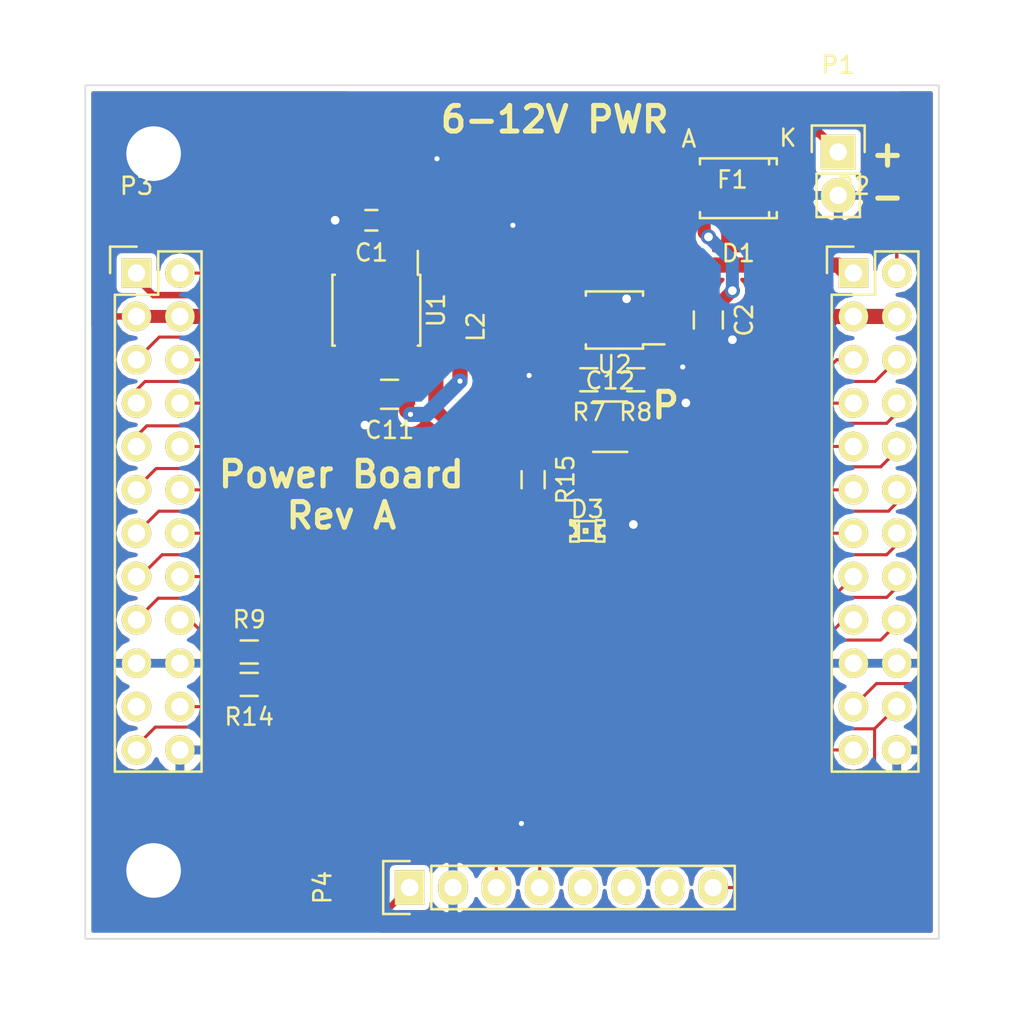
<source format=kicad_pcb>
(kicad_pcb (version 4) (host pcbnew "(2015-01-16 BZR 5376)-product")

  (general
    (links 64)
    (no_connects 0)
    (area 95 75 155.000001 135.000001)
    (thickness 1.6)
    (drawings 9)
    (tracks 365)
    (zones 0)
    (modules 19)
    (nets 37)
  )

  (page A4)
  (layers
    (0 F.Cu signal)
    (31 B.Cu signal)
    (32 B.Adhes user)
    (33 F.Adhes user)
    (34 B.Paste user)
    (35 F.Paste user)
    (36 B.SilkS user)
    (37 F.SilkS user)
    (38 B.Mask user)
    (39 F.Mask user)
    (40 Dwgs.User user)
    (41 Cmts.User user)
    (42 Eco1.User user)
    (43 Eco2.User user)
    (44 Edge.Cuts user)
    (45 Margin user)
    (46 B.CrtYd user)
    (47 F.CrtYd user)
    (48 B.Fab user)
    (49 F.Fab user)
  )

  (setup
    (last_trace_width 0.18)
    (user_trace_width 0.2)
    (user_trace_width 0.254)
    (user_trace_width 0.381)
    (user_trace_width 0.508)
    (user_trace_width 0.762)
    (user_trace_width 0.889)
    (trace_clearance 0.18)
    (zone_clearance 0.3)
    (zone_45_only no)
    (trace_min 0.18)
    (segment_width 0.2)
    (edge_width 0.1)
    (via_size 0.635)
    (via_drill 0.3)
    (via_min_size 0.635)
    (via_min_drill 0.3)
    (user_via 0.889 0.508)
    (user_via 2 1.2)
    (user_via 6 3.2)
    (uvia_size 0.508)
    (uvia_drill 0.127)
    (uvias_allowed no)
    (uvia_min_size 0.508)
    (uvia_min_drill 0.127)
    (pcb_text_width 0.3)
    (pcb_text_size 1.5 1.5)
    (mod_edge_width 0.15)
    (mod_text_size 1 1)
    (mod_text_width 0.15)
    (pad_size 2 3.4)
    (pad_drill 0)
    (pad_to_mask_clearance 0)
    (aux_axis_origin 0 0)
    (visible_elements 7FFFFFFF)
    (pcbplotparams
      (layerselection 0x010f0_80000001)
      (usegerberextensions true)
      (excludeedgelayer true)
      (linewidth 0.100000)
      (plotframeref false)
      (viasonmask false)
      (mode 1)
      (useauxorigin false)
      (hpglpennumber 1)
      (hpglpenspeed 20)
      (hpglpendiameter 15)
      (hpglpenoverlay 2)
      (psnegative false)
      (psa4output false)
      (plotreference false)
      (plotvalue false)
      (plotinvisibletext false)
      (padsonsilk false)
      (subtractmaskfromsilk false)
      (outputformat 1)
      (mirror false)
      (drillshape 0)
      (scaleselection 1)
      (outputdirectory out))
  )

  (net 0 "")
  (net 1 +BATT)
  (net 2 GND)
  (net 3 +3V3)
  (net 4 +5V)
  (net 5 "Net-(F1-Pad1)")
  (net 6 "Net-(L2-Pad1)")
  (net 7 /MON_5VA)
  (net 8 /FPGA_SCK)
  (net 9 /FPGA_~CS0)
  (net 10 /FPGA_~CS1)
  (net 11 /FPGA_MISO)
  (net 12 /TRIGD)
  (net 13 /CAPTD)
  (net 14 /CLR)
  (net 15 /FPGA_MOSI)
  (net 16 /DAC_MOSI)
  (net 17 /DAC_SCLK)
  (net 18 /DAC_~SYNC)
  (net 19 /REG_EN)
  (net 20 "Net-(P3-Pad17)")
  (net 21 "Net-(P3-Pad18)")
  (net 22 /FPGA_SDA)
  (net 23 /FPGA_SCL)
  (net 24 "Net-(R7-Pad1)")
  (net 25 /Vb_MON)
  (net 26 /TEMPS)
  (net 27 "Net-(U1-Pad4)")
  (net 28 "Net-(U1-Pad5)")
  (net 29 "Net-(U1-Pad7)")
  (net 30 "Net-(U2-Pad8)")
  (net 31 "Net-(D3-Pad1)")
  (net 32 /ACC_INT)
  (net 33 "Net-(P3-Pad21)")
  (net 34 "Net-(P4-Pad5)")
  (net 35 "Net-(P4-Pad6)")
  (net 36 "Net-(P4-Pad7)")

  (net_class Default "This is the default net class."
    (clearance 0.18)
    (trace_width 0.18)
    (via_dia 0.635)
    (via_drill 0.3)
    (uvia_dia 0.508)
    (uvia_drill 0.127)
    (add_net +3V3)
    (add_net +5V)
    (add_net +BATT)
    (add_net /ACC_INT)
    (add_net /CAPTD)
    (add_net /CLR)
    (add_net /DAC_MOSI)
    (add_net /DAC_SCLK)
    (add_net /DAC_~SYNC)
    (add_net /FPGA_MISO)
    (add_net /FPGA_MOSI)
    (add_net /FPGA_SCK)
    (add_net /FPGA_SCL)
    (add_net /FPGA_SDA)
    (add_net /FPGA_~CS0)
    (add_net /FPGA_~CS1)
    (add_net /MON_5VA)
    (add_net /REG_EN)
    (add_net /TEMPS)
    (add_net /TRIGD)
    (add_net /Vb_MON)
    (add_net GND)
    (add_net "Net-(D3-Pad1)")
    (add_net "Net-(F1-Pad1)")
    (add_net "Net-(L2-Pad1)")
    (add_net "Net-(P3-Pad17)")
    (add_net "Net-(P3-Pad18)")
    (add_net "Net-(P3-Pad21)")
    (add_net "Net-(P4-Pad5)")
    (add_net "Net-(P4-Pad6)")
    (add_net "Net-(P4-Pad7)")
    (add_net "Net-(R7-Pad1)")
    (add_net "Net-(U1-Pad4)")
    (add_net "Net-(U1-Pad5)")
    (add_net "Net-(U1-Pad7)")
    (add_net "Net-(U2-Pad8)")
  )

  (module Capacitors_SMD:C_0603 (layer F.Cu) (tedit 5415D631) (tstamp 557EC51F)
    (at 116.76 87.905 180)
    (descr "Capacitor SMD 0603, reflow soldering, AVX (see smccp.pdf)")
    (tags "capacitor 0603")
    (path /557EA970)
    (attr smd)
    (fp_text reference C1 (at 0 -1.9 180) (layer F.SilkS)
      (effects (font (size 1 1) (thickness 0.15)))
    )
    (fp_text value 1u (at 0 1.9 180) (layer F.Fab)
      (effects (font (size 1 1) (thickness 0.15)))
    )
    (fp_line (start -1.45 -0.75) (end 1.45 -0.75) (layer F.CrtYd) (width 0.05))
    (fp_line (start -1.45 0.75) (end 1.45 0.75) (layer F.CrtYd) (width 0.05))
    (fp_line (start -1.45 -0.75) (end -1.45 0.75) (layer F.CrtYd) (width 0.05))
    (fp_line (start 1.45 -0.75) (end 1.45 0.75) (layer F.CrtYd) (width 0.05))
    (fp_line (start -0.35 -0.6) (end 0.35 -0.6) (layer F.SilkS) (width 0.15))
    (fp_line (start 0.35 0.6) (end -0.35 0.6) (layer F.SilkS) (width 0.15))
    (pad 1 smd rect (at -0.75 0 180) (size 0.8 0.75) (layers F.Cu F.Paste F.Mask)
      (net 1 +BATT))
    (pad 2 smd rect (at 0.75 0 180) (size 0.8 0.75) (layers F.Cu F.Paste F.Mask)
      (net 2 GND))
    (model Capacitors_SMD.3dshapes/C_0603.wrl
      (at (xyz 0 0 0))
      (scale (xyz 1 1 1))
      (rotate (xyz 0 0 0))
    )
  )

  (module Capacitors_SMD:C_0805 (layer F.Cu) (tedit 5415D6EA) (tstamp 557EC52B)
    (at 136.5 93.75 270)
    (descr "Capacitor SMD 0805, reflow soldering, AVX (see smccp.pdf)")
    (tags "capacitor 0805")
    (path /557DD239)
    (attr smd)
    (fp_text reference C2 (at 0 -2.1 270) (layer F.SilkS)
      (effects (font (size 1 1) (thickness 0.15)))
    )
    (fp_text value 10u (at 0 2.1 270) (layer F.Fab)
      (effects (font (size 1 1) (thickness 0.15)))
    )
    (fp_line (start -1.8 -1) (end 1.8 -1) (layer F.CrtYd) (width 0.05))
    (fp_line (start -1.8 1) (end 1.8 1) (layer F.CrtYd) (width 0.05))
    (fp_line (start -1.8 -1) (end -1.8 1) (layer F.CrtYd) (width 0.05))
    (fp_line (start 1.8 -1) (end 1.8 1) (layer F.CrtYd) (width 0.05))
    (fp_line (start 0.5 -0.85) (end -0.5 -0.85) (layer F.SilkS) (width 0.15))
    (fp_line (start -0.5 0.85) (end 0.5 0.85) (layer F.SilkS) (width 0.15))
    (pad 1 smd rect (at -1 0 270) (size 1 1.25) (layers F.Cu F.Paste F.Mask)
      (net 1 +BATT))
    (pad 2 smd rect (at 1 0 270) (size 1 1.25) (layers F.Cu F.Paste F.Mask)
      (net 2 GND))
    (model Capacitors_SMD.3dshapes/C_0805.wrl
      (at (xyz 0 0 0))
      (scale (xyz 1 1 1))
      (rotate (xyz 0 0 0))
    )
  )

  (module Capacitors_SMD:C_0805 (layer F.Cu) (tedit 5415D6EA) (tstamp 557EC597)
    (at 117.825 98.1 180)
    (descr "Capacitor SMD 0805, reflow soldering, AVX (see smccp.pdf)")
    (tags "capacitor 0805")
    (path /557EAAB0)
    (attr smd)
    (fp_text reference C11 (at 0 -2.1 180) (layer F.SilkS)
      (effects (font (size 1 1) (thickness 0.15)))
    )
    (fp_text value 4.7u (at 0 2.1 180) (layer F.Fab)
      (effects (font (size 1 1) (thickness 0.15)))
    )
    (fp_line (start -1.8 -1) (end 1.8 -1) (layer F.CrtYd) (width 0.05))
    (fp_line (start -1.8 1) (end 1.8 1) (layer F.CrtYd) (width 0.05))
    (fp_line (start -1.8 -1) (end -1.8 1) (layer F.CrtYd) (width 0.05))
    (fp_line (start 1.8 -1) (end 1.8 1) (layer F.CrtYd) (width 0.05))
    (fp_line (start 0.5 -0.85) (end -0.5 -0.85) (layer F.SilkS) (width 0.15))
    (fp_line (start -0.5 0.85) (end 0.5 0.85) (layer F.SilkS) (width 0.15))
    (pad 1 smd rect (at -1 0 180) (size 1 1.25) (layers F.Cu F.Paste F.Mask)
      (net 4 +5V))
    (pad 2 smd rect (at 1 0 180) (size 1 1.25) (layers F.Cu F.Paste F.Mask)
      (net 2 GND))
    (model Capacitors_SMD.3dshapes/C_0805.wrl
      (at (xyz 0 0 0))
      (scale (xyz 1 1 1))
      (rotate (xyz 0 0 0))
    )
  )

  (module Capacitors_SMD:C_1210 (layer F.Cu) (tedit 5415D85D) (tstamp 557EC5A3)
    (at 130.75 100)
    (descr "Capacitor SMD 1210, reflow soldering, AVX (see smccp.pdf)")
    (tags "capacitor 1210")
    (path /557DD1A3)
    (attr smd)
    (fp_text reference C12 (at 0 -2.7) (layer F.SilkS)
      (effects (font (size 1 1) (thickness 0.15)))
    )
    (fp_text value 22u (at 0 2.7) (layer F.Fab)
      (effects (font (size 1 1) (thickness 0.15)))
    )
    (fp_line (start -2.3 -1.6) (end 2.3 -1.6) (layer F.CrtYd) (width 0.05))
    (fp_line (start -2.3 1.6) (end 2.3 1.6) (layer F.CrtYd) (width 0.05))
    (fp_line (start -2.3 -1.6) (end -2.3 1.6) (layer F.CrtYd) (width 0.05))
    (fp_line (start 2.3 -1.6) (end 2.3 1.6) (layer F.CrtYd) (width 0.05))
    (fp_line (start 1 -1.475) (end -1 -1.475) (layer F.SilkS) (width 0.15))
    (fp_line (start -1 1.475) (end 1 1.475) (layer F.SilkS) (width 0.15))
    (pad 1 smd rect (at -1.5 0) (size 1 2.5) (layers F.Cu F.Paste F.Mask)
      (net 3 +3V3))
    (pad 2 smd rect (at 1.5 0) (size 1 2.5) (layers F.Cu F.Paste F.Mask)
      (net 2 GND))
    (model Capacitors_SMD.3dshapes/C_1210.wrl
      (at (xyz 0 0 0))
      (scale (xyz 1 1 1))
      (rotate (xyz 0 0 0))
    )
  )

  (module Diodes_SMD:Diode-SMA_Standard (layer F.Cu) (tedit 552FF239) (tstamp 557EC5DC)
    (at 138.26 86.03 180)
    (descr "Diode SMA")
    (tags "Diode SMA")
    (path /557B21D7)
    (attr smd)
    (fp_text reference D1 (at 0 -3.81 180) (layer F.SilkS)
      (effects (font (size 1 1) (thickness 0.15)))
    )
    (fp_text value >2A (at 0 4.3 180) (layer F.Fab)
      (effects (font (size 1 1) (thickness 0.15)))
    )
    (fp_line (start -3.5 -2) (end 3.5 -2) (layer F.CrtYd) (width 0.05))
    (fp_line (start 3.5 -2) (end 3.5 2) (layer F.CrtYd) (width 0.05))
    (fp_line (start 3.5 2) (end -3.5 2) (layer F.CrtYd) (width 0.05))
    (fp_line (start -3.5 2) (end -3.5 -2) (layer F.CrtYd) (width 0.05))
    (fp_text user K (at -2.9 2.95 180) (layer F.SilkS)
      (effects (font (size 1 1) (thickness 0.15)))
    )
    (fp_text user A (at 2.9 2.9 180) (layer F.SilkS)
      (effects (font (size 1 1) (thickness 0.15)))
    )
    (fp_circle (center 0 0) (end 0.20066 -0.0508) (layer F.Adhes) (width 0.381))
    (fp_line (start -1.79914 1.75006) (end -1.79914 1.39954) (layer F.SilkS) (width 0.15))
    (fp_line (start -1.79914 -1.75006) (end -1.79914 -1.39954) (layer F.SilkS) (width 0.15))
    (fp_line (start 2.25044 1.75006) (end 2.25044 1.39954) (layer F.SilkS) (width 0.15))
    (fp_line (start -2.25044 1.75006) (end -2.25044 1.39954) (layer F.SilkS) (width 0.15))
    (fp_line (start -2.25044 -1.75006) (end -2.25044 -1.39954) (layer F.SilkS) (width 0.15))
    (fp_line (start 2.25044 -1.75006) (end 2.25044 -1.39954) (layer F.SilkS) (width 0.15))
    (fp_line (start -2.25044 1.75006) (end 2.25044 1.75006) (layer F.SilkS) (width 0.15))
    (fp_line (start -2.25044 -1.75006) (end 2.25044 -1.75006) (layer F.SilkS) (width 0.15))
    (pad 1 smd rect (at -1.99898 0 180) (size 2.49936 1.80086) (layers F.Cu F.Paste F.Mask)
      (net 2 GND))
    (pad 2 smd rect (at 1.99898 0 180) (size 2.49936 1.80086) (layers F.Cu F.Paste F.Mask)
      (net 1 +BATT))
    (model Diodes_SMD.3dshapes/Diode-SMA_Standard.wrl
      (at (xyz 0 0 0))
      (scale (xyz 0.3937 0.3937 0.3937))
      (rotate (xyz 0 0 180))
    )
  )

  (module Fuse_Holders_and_Fuses:Fuse_SMD1206_Reflow (layer F.Cu) (tedit 557EC350) (tstamp 557EC5F7)
    (at 137.81 82.78 180)
    (descr "Fuse, Sicherung, SMD1206, Littlefuse-Wickmann, Reflow,")
    (tags "Fuse, Sicherung, SMD1206,  Littlefuse-Wickmann, Reflow,")
    (path /557B205A)
    (attr smd)
    (fp_text reference F1 (at -0.09906 -2.75082 180) (layer F.SilkS)
      (effects (font (size 1 1) (thickness 0.15)))
    )
    (fp_text value "2A poly" (at -0.44958 3.2004 180) (layer F.Fab)
      (effects (font (size 1 1) (thickness 0.15)))
    )
    (pad 1 smd rect (at -1.20396 0 270) (size 2.02946 1.14046) (layers F.Cu F.Paste F.Mask)
      (net 5 "Net-(F1-Pad1)"))
    (pad 2 smd rect (at 1.20396 0 270) (size 2.02946 1.14046) (layers F.Cu F.Paste F.Mask)
      (net 1 +BATT))
  )

  (module Inductors_NEOSID:Neosid_Inductor_SM-NE29_SMD1008 (layer F.Cu) (tedit 557EC350) (tstamp 557EC624)
    (at 126.075 93.95 90)
    (descr "Neosid, Inductor, SM-NE29, SMD1008, Festinduktivitaet, SMD,")
    (tags "Neosid, Inductor, SM-NE29, SMD1008, Festinduktivitaet, SMD,")
    (path /557DCD8F)
    (attr smd)
    (fp_text reference L2 (at -0.20066 -3.2004 90) (layer F.SilkS)
      (effects (font (size 1 1) (thickness 0.15)))
    )
    (fp_text value VLF252015MT-2R2M (at 0 3.2004 90) (layer F.Fab)
      (effects (font (size 1 1) (thickness 0.15)))
    )
    (pad 2 smd rect (at 1.14554 0 90) (size 1.02108 2.54) (layers F.Cu F.Paste F.Mask)
      (net 3 +3V3))
    (pad 1 smd rect (at -1.14554 0 90) (size 1.02108 2.54) (layers F.Cu F.Paste F.Mask)
      (net 6 "Net-(L2-Pad1)"))
  )

  (module Pin_Headers:Pin_Header_Straight_1x02 (layer F.Cu) (tedit 54EA090C) (tstamp 557EC635)
    (at 144.11 83.905)
    (descr "Through hole pin header")
    (tags "pin header")
    (path /557B1F3C)
    (fp_text reference P1 (at 0 -5.1) (layer F.SilkS)
      (effects (font (size 1 1) (thickness 0.15)))
    )
    (fp_text value "6V PWR" (at 0 -3.1) (layer F.Fab)
      (effects (font (size 1 1) (thickness 0.15)))
    )
    (fp_line (start 1.27 1.27) (end 1.27 3.81) (layer F.SilkS) (width 0.15))
    (fp_line (start 1.55 -1.55) (end 1.55 0) (layer F.SilkS) (width 0.15))
    (fp_line (start -1.75 -1.75) (end -1.75 4.3) (layer F.CrtYd) (width 0.05))
    (fp_line (start 1.75 -1.75) (end 1.75 4.3) (layer F.CrtYd) (width 0.05))
    (fp_line (start -1.75 -1.75) (end 1.75 -1.75) (layer F.CrtYd) (width 0.05))
    (fp_line (start -1.75 4.3) (end 1.75 4.3) (layer F.CrtYd) (width 0.05))
    (fp_line (start 1.27 1.27) (end -1.27 1.27) (layer F.SilkS) (width 0.15))
    (fp_line (start -1.55 0) (end -1.55 -1.55) (layer F.SilkS) (width 0.15))
    (fp_line (start -1.55 -1.55) (end 1.55 -1.55) (layer F.SilkS) (width 0.15))
    (fp_line (start -1.27 1.27) (end -1.27 3.81) (layer F.SilkS) (width 0.15))
    (fp_line (start -1.27 3.81) (end 1.27 3.81) (layer F.SilkS) (width 0.15))
    (pad 1 thru_hole rect (at 0 0) (size 2.032 2.032) (drill 1.016) (layers *.Cu *.Mask F.SilkS)
      (net 5 "Net-(F1-Pad1)"))
    (pad 2 thru_hole oval (at 0 2.54) (size 2.032 2.032) (drill 1.016) (layers *.Cu *.Mask F.SilkS)
      (net 2 GND))
    (model Pin_Headers.3dshapes/Pin_Header_Straight_1x02.wrl
      (at (xyz 0 -0.05 0))
      (scale (xyz 1 1 1))
      (rotate (xyz 0 0 90))
    )
  )

  (module Pin_Headers:Pin_Header_Straight_2x12 (layer F.Cu) (tedit 557EC34F) (tstamp 557EC671)
    (at 103 91)
    (descr "Through hole pin header")
    (tags "pin header")
    (path /557F0E9C)
    (fp_text reference P3 (at 0 -5.1) (layer F.SilkS)
      (effects (font (size 1 1) (thickness 0.15)))
    )
    (fp_text value FPGA (at 0 -3.1) (layer F.Fab)
      (effects (font (size 1 1) (thickness 0.15)))
    )
    (fp_line (start -1.75 -1.75) (end -1.75 29.7) (layer F.CrtYd) (width 0.05))
    (fp_line (start 4.3 -1.75) (end 4.3 29.7) (layer F.CrtYd) (width 0.05))
    (fp_line (start -1.75 -1.75) (end 4.3 -1.75) (layer F.CrtYd) (width 0.05))
    (fp_line (start -1.75 29.7) (end 4.3 29.7) (layer F.CrtYd) (width 0.05))
    (fp_line (start 3.81 29.21) (end 3.81 -1.27) (layer F.SilkS) (width 0.15))
    (fp_line (start -1.27 1.27) (end -1.27 29.21) (layer F.SilkS) (width 0.15))
    (fp_line (start 3.81 29.21) (end -1.27 29.21) (layer F.SilkS) (width 0.15))
    (fp_line (start 3.81 -1.27) (end 1.27 -1.27) (layer F.SilkS) (width 0.15))
    (fp_line (start 0 -1.55) (end -1.55 -1.55) (layer F.SilkS) (width 0.15))
    (fp_line (start 1.27 -1.27) (end 1.27 1.27) (layer F.SilkS) (width 0.15))
    (fp_line (start 1.27 1.27) (end -1.27 1.27) (layer F.SilkS) (width 0.15))
    (fp_line (start -1.55 -1.55) (end -1.55 0) (layer F.SilkS) (width 0.15))
    (pad 1 thru_hole rect (at 0 0) (size 1.7272 1.7272) (drill 1.016) (layers *.Cu *.Mask F.SilkS)
      (net 4 +5V))
    (pad 2 thru_hole oval (at 2.54 0) (size 1.7272 1.7272) (drill 1.016) (layers *.Cu *.Mask F.SilkS)
      (net 7 /MON_5VA))
    (pad 3 thru_hole oval (at 0 2.54) (size 1.7272 1.7272) (drill 1.016) (layers *.Cu *.Mask F.SilkS)
      (net 3 +3V3))
    (pad 4 thru_hole oval (at 2.54 2.54) (size 1.7272 1.7272) (drill 1.016) (layers *.Cu *.Mask F.SilkS)
      (net 3 +3V3))
    (pad 5 thru_hole oval (at 0 5.08) (size 1.7272 1.7272) (drill 1.016) (layers *.Cu *.Mask F.SilkS)
      (net 8 /FPGA_SCK))
    (pad 6 thru_hole oval (at 2.54 5.08) (size 1.7272 1.7272) (drill 1.016) (layers *.Cu *.Mask F.SilkS)
      (net 9 /FPGA_~CS0))
    (pad 7 thru_hole oval (at 0 7.62) (size 1.7272 1.7272) (drill 1.016) (layers *.Cu *.Mask F.SilkS)
      (net 15 /FPGA_MOSI))
    (pad 8 thru_hole oval (at 2.54 7.62) (size 1.7272 1.7272) (drill 1.016) (layers *.Cu *.Mask F.SilkS)
      (net 11 /FPGA_MISO))
    (pad 9 thru_hole oval (at 0 10.16) (size 1.7272 1.7272) (drill 1.016) (layers *.Cu *.Mask F.SilkS)
      (net 12 /TRIGD))
    (pad 10 thru_hole oval (at 2.54 10.16) (size 1.7272 1.7272) (drill 1.016) (layers *.Cu *.Mask F.SilkS)
      (net 13 /CAPTD))
    (pad 11 thru_hole oval (at 0 12.7) (size 1.7272 1.7272) (drill 1.016) (layers *.Cu *.Mask F.SilkS)
      (net 14 /CLR))
    (pad 12 thru_hole oval (at 2.54 12.7) (size 1.7272 1.7272) (drill 1.016) (layers *.Cu *.Mask F.SilkS)
      (net 10 /FPGA_~CS1))
    (pad 13 thru_hole oval (at 0 15.24) (size 1.7272 1.7272) (drill 1.016) (layers *.Cu *.Mask F.SilkS)
      (net 16 /DAC_MOSI))
    (pad 14 thru_hole oval (at 2.54 15.24) (size 1.7272 1.7272) (drill 1.016) (layers *.Cu *.Mask F.SilkS)
      (net 17 /DAC_SCLK))
    (pad 15 thru_hole oval (at 0 17.78) (size 1.7272 1.7272) (drill 1.016) (layers *.Cu *.Mask F.SilkS)
      (net 18 /DAC_~SYNC))
    (pad 16 thru_hole oval (at 2.54 17.78) (size 1.7272 1.7272) (drill 1.016) (layers *.Cu *.Mask F.SilkS)
      (net 19 /REG_EN))
    (pad 17 thru_hole oval (at 0 20.32) (size 1.7272 1.7272) (drill 1.016) (layers *.Cu *.Mask F.SilkS)
      (net 20 "Net-(P3-Pad17)"))
    (pad 18 thru_hole oval (at 2.54 20.32) (size 1.7272 1.7272) (drill 1.016) (layers *.Cu *.Mask F.SilkS)
      (net 21 "Net-(P3-Pad18)"))
    (pad 19 thru_hole oval (at 0 22.86) (size 1.7272 1.7272) (drill 1.016) (layers *.Cu *.Mask F.SilkS)
      (net 2 GND))
    (pad 20 thru_hole oval (at 2.54 22.86) (size 1.7272 1.7272) (drill 1.016) (layers *.Cu *.Mask F.SilkS)
      (net 2 GND))
    (pad 21 thru_hole oval (at 0 25.4) (size 1.7272 1.7272) (drill 1.016) (layers *.Cu *.Mask F.SilkS)
      (net 33 "Net-(P3-Pad21)"))
    (pad 22 thru_hole oval (at 2.54 25.4) (size 1.7272 1.7272) (drill 1.016) (layers *.Cu *.Mask F.SilkS)
      (net 22 /FPGA_SDA))
    (pad 23 thru_hole oval (at 0 27.94) (size 1.7272 1.7272) (drill 1.016) (layers *.Cu *.Mask F.SilkS)
      (net 23 /FPGA_SCL))
    (pad 24 thru_hole oval (at 2.54 27.94) (size 1.7272 1.7272) (drill 1.016) (layers *.Cu *.Mask F.SilkS)
      (net 2 GND))
    (model Pin_Headers.3dshapes/Pin_Header_Straight_2x12.wrl
      (at (xyz 0.05 -0.55 0))
      (scale (xyz 1 1 1))
      (rotate (xyz 0 0 90))
    )
  )

  (module Resistors_SMD:R_0603 (layer F.Cu) (tedit 5415CC62) (tstamp 557EC6F1)
    (at 129.5 97.25 180)
    (descr "Resistor SMD 0603, reflow soldering, Vishay (see dcrcw.pdf)")
    (tags "resistor 0603")
    (path /557DCF5E)
    (attr smd)
    (fp_text reference R7 (at 0 -1.9 180) (layer F.SilkS)
      (effects (font (size 1 1) (thickness 0.15)))
    )
    (fp_text value 715k (at 0 1.9 180) (layer F.Fab)
      (effects (font (size 1 1) (thickness 0.15)))
    )
    (fp_line (start -1.3 -0.8) (end 1.3 -0.8) (layer F.CrtYd) (width 0.05))
    (fp_line (start -1.3 0.8) (end 1.3 0.8) (layer F.CrtYd) (width 0.05))
    (fp_line (start -1.3 -0.8) (end -1.3 0.8) (layer F.CrtYd) (width 0.05))
    (fp_line (start 1.3 -0.8) (end 1.3 0.8) (layer F.CrtYd) (width 0.05))
    (fp_line (start 0.5 0.675) (end -0.5 0.675) (layer F.SilkS) (width 0.15))
    (fp_line (start -0.5 -0.675) (end 0.5 -0.675) (layer F.SilkS) (width 0.15))
    (pad 1 smd rect (at -0.75 0 180) (size 0.5 0.9) (layers F.Cu F.Paste F.Mask)
      (net 24 "Net-(R7-Pad1)"))
    (pad 2 smd rect (at 0.75 0 180) (size 0.5 0.9) (layers F.Cu F.Paste F.Mask)
      (net 3 +3V3))
    (model Resistors_SMD.3dshapes/R_0603.wrl
      (at (xyz 0 0 0))
      (scale (xyz 1 1 1))
      (rotate (xyz 0 0 0))
    )
  )

  (module Resistors_SMD:R_0603 (layer F.Cu) (tedit 5415CC62) (tstamp 557EC6FD)
    (at 132.25 97.25 180)
    (descr "Resistor SMD 0603, reflow soldering, Vishay (see dcrcw.pdf)")
    (tags "resistor 0603")
    (path /557DCFC0)
    (attr smd)
    (fp_text reference R8 (at 0 -1.9 180) (layer F.SilkS)
      (effects (font (size 1 1) (thickness 0.15)))
    )
    (fp_text value 180k (at 0 1.9 180) (layer F.Fab)
      (effects (font (size 1 1) (thickness 0.15)))
    )
    (fp_line (start -1.3 -0.8) (end 1.3 -0.8) (layer F.CrtYd) (width 0.05))
    (fp_line (start -1.3 0.8) (end 1.3 0.8) (layer F.CrtYd) (width 0.05))
    (fp_line (start -1.3 -0.8) (end -1.3 0.8) (layer F.CrtYd) (width 0.05))
    (fp_line (start 1.3 -0.8) (end 1.3 0.8) (layer F.CrtYd) (width 0.05))
    (fp_line (start 0.5 0.675) (end -0.5 0.675) (layer F.SilkS) (width 0.15))
    (fp_line (start -0.5 -0.675) (end 0.5 -0.675) (layer F.SilkS) (width 0.15))
    (pad 1 smd rect (at -0.75 0 180) (size 0.5 0.9) (layers F.Cu F.Paste F.Mask)
      (net 2 GND))
    (pad 2 smd rect (at 0.75 0 180) (size 0.5 0.9) (layers F.Cu F.Paste F.Mask)
      (net 24 "Net-(R7-Pad1)"))
    (model Resistors_SMD.3dshapes/R_0603.wrl
      (at (xyz 0 0 0))
      (scale (xyz 1 1 1))
      (rotate (xyz 0 0 0))
    )
  )

  (module Resistors_SMD:R_0603 (layer F.Cu) (tedit 5415CC62) (tstamp 557EC709)
    (at 109.6 113.2)
    (descr "Resistor SMD 0603, reflow soldering, Vishay (see dcrcw.pdf)")
    (tags "resistor 0603")
    (path /557F2E6F)
    (attr smd)
    (fp_text reference R9 (at 0 -1.9) (layer F.SilkS)
      (effects (font (size 1 1) (thickness 0.15)))
    )
    (fp_text value 10k (at 0 1.9) (layer F.Fab)
      (effects (font (size 1 1) (thickness 0.15)))
    )
    (fp_line (start -1.3 -0.8) (end 1.3 -0.8) (layer F.CrtYd) (width 0.05))
    (fp_line (start -1.3 0.8) (end 1.3 0.8) (layer F.CrtYd) (width 0.05))
    (fp_line (start -1.3 -0.8) (end -1.3 0.8) (layer F.CrtYd) (width 0.05))
    (fp_line (start 1.3 -0.8) (end 1.3 0.8) (layer F.CrtYd) (width 0.05))
    (fp_line (start 0.5 0.675) (end -0.5 0.675) (layer F.SilkS) (width 0.15))
    (fp_line (start -0.5 -0.675) (end 0.5 -0.675) (layer F.SilkS) (width 0.15))
    (pad 1 smd rect (at -0.75 0) (size 0.5 0.9) (layers F.Cu F.Paste F.Mask)
      (net 20 "Net-(P3-Pad17)"))
    (pad 2 smd rect (at 0.75 0) (size 0.5 0.9) (layers F.Cu F.Paste F.Mask)
      (net 25 /Vb_MON))
    (model Resistors_SMD.3dshapes/R_0603.wrl
      (at (xyz 0 0 0))
      (scale (xyz 1 1 1))
      (rotate (xyz 0 0 0))
    )
  )

  (module Resistors_SMD:R_0603 (layer F.Cu) (tedit 5415CC62) (tstamp 557EC745)
    (at 109.6 115.1 180)
    (descr "Resistor SMD 0603, reflow soldering, Vishay (see dcrcw.pdf)")
    (tags "resistor 0603")
    (path /557F27C1)
    (attr smd)
    (fp_text reference R14 (at 0 -1.9 180) (layer F.SilkS)
      (effects (font (size 1 1) (thickness 0.15)))
    )
    (fp_text value 10k (at 0 1.9 180) (layer F.Fab)
      (effects (font (size 1 1) (thickness 0.15)))
    )
    (fp_line (start -1.3 -0.8) (end 1.3 -0.8) (layer F.CrtYd) (width 0.05))
    (fp_line (start -1.3 0.8) (end 1.3 0.8) (layer F.CrtYd) (width 0.05))
    (fp_line (start -1.3 -0.8) (end -1.3 0.8) (layer F.CrtYd) (width 0.05))
    (fp_line (start 1.3 -0.8) (end 1.3 0.8) (layer F.CrtYd) (width 0.05))
    (fp_line (start 0.5 0.675) (end -0.5 0.675) (layer F.SilkS) (width 0.15))
    (fp_line (start -0.5 -0.675) (end 0.5 -0.675) (layer F.SilkS) (width 0.15))
    (pad 1 smd rect (at -0.75 0 180) (size 0.5 0.9) (layers F.Cu F.Paste F.Mask)
      (net 26 /TEMPS))
    (pad 2 smd rect (at 0.75 0 180) (size 0.5 0.9) (layers F.Cu F.Paste F.Mask)
      (net 21 "Net-(P3-Pad18)"))
    (model Resistors_SMD.3dshapes/R_0603.wrl
      (at (xyz 0 0 0))
      (scale (xyz 1 1 1))
      (rotate (xyz 0 0 0))
    )
  )

  (module SOIC_Packages:SOIC-8_3.9x4.9mm_Pitch1.27mm (layer F.Cu) (tedit 54130A77) (tstamp 557EC77E)
    (at 117.05 93.175 270)
    (descr "8-Lead Plastic Small Outline (SN) - Narrow, 3.90 mm Body [SOIC] (see Microchip Packaging Specification 00000049BS.pdf)")
    (tags "SOIC 1.27")
    (path /557EA6BB)
    (attr smd)
    (fp_text reference U1 (at 0 -3.5 270) (layer F.SilkS)
      (effects (font (size 1 1) (thickness 0.15)))
    )
    (fp_text value LK115D50 (at 0 3.5 270) (layer F.Fab)
      (effects (font (size 1 1) (thickness 0.15)))
    )
    (fp_line (start -3.75 -2.75) (end -3.75 2.75) (layer F.CrtYd) (width 0.05))
    (fp_line (start 3.75 -2.75) (end 3.75 2.75) (layer F.CrtYd) (width 0.05))
    (fp_line (start -3.75 -2.75) (end 3.75 -2.75) (layer F.CrtYd) (width 0.05))
    (fp_line (start -3.75 2.75) (end 3.75 2.75) (layer F.CrtYd) (width 0.05))
    (fp_line (start -2.075 -2.575) (end -2.075 -2.43) (layer F.SilkS) (width 0.15))
    (fp_line (start 2.075 -2.575) (end 2.075 -2.43) (layer F.SilkS) (width 0.15))
    (fp_line (start 2.075 2.575) (end 2.075 2.43) (layer F.SilkS) (width 0.15))
    (fp_line (start -2.075 2.575) (end -2.075 2.43) (layer F.SilkS) (width 0.15))
    (fp_line (start -2.075 -2.575) (end 2.075 -2.575) (layer F.SilkS) (width 0.15))
    (fp_line (start -2.075 2.575) (end 2.075 2.575) (layer F.SilkS) (width 0.15))
    (fp_line (start -2.075 -2.43) (end -3.475 -2.43) (layer F.SilkS) (width 0.15))
    (pad 1 smd rect (at -2.7 -1.905 270) (size 1.55 0.6) (layers F.Cu F.Paste F.Mask)
      (net 1 +BATT))
    (pad 2 smd rect (at -2.7 -0.635 270) (size 1.55 0.6) (layers F.Cu F.Paste F.Mask)
      (net 1 +BATT))
    (pad 3 smd rect (at -2.7 0.635 270) (size 1.55 0.6) (layers F.Cu F.Paste F.Mask)
      (net 2 GND))
    (pad 4 smd rect (at -2.7 1.905 270) (size 1.55 0.6) (layers F.Cu F.Paste F.Mask)
      (net 27 "Net-(U1-Pad4)"))
    (pad 5 smd rect (at 2.7 1.905 270) (size 1.55 0.6) (layers F.Cu F.Paste F.Mask)
      (net 28 "Net-(U1-Pad5)"))
    (pad 6 smd rect (at 2.7 0.635 270) (size 1.55 0.6) (layers F.Cu F.Paste F.Mask)
      (net 2 GND))
    (pad 7 smd rect (at 2.7 -0.635 270) (size 1.55 0.6) (layers F.Cu F.Paste F.Mask)
      (net 29 "Net-(U1-Pad7)"))
    (pad 8 smd rect (at 2.7 -1.905 270) (size 1.55 0.6) (layers F.Cu F.Paste F.Mask)
      (net 4 +5V))
    (model Housings_SOIC.3dshapes/SOIC-8_3.9x4.9mm_Pitch1.27mm.wrl
      (at (xyz 0 0 0))
      (scale (xyz 1 1 1))
      (rotate (xyz 0 0 0))
    )
  )

  (module SSOP_Packages:MSOP-8_3x3mm_Pitch0.65mm (layer F.Cu) (tedit 54130A77) (tstamp 557ED54C)
    (at 131 93.75 180)
    (descr "8-Lead Plastic Micro Small Outline Package (MS) [MSOP] (see Microchip Packaging Specification 00000049BS.pdf)")
    (tags "SSOP 0.65")
    (path /557DCD0E)
    (attr smd)
    (fp_text reference U2 (at 0 -2.6 180) (layer F.SilkS)
      (effects (font (size 1 1) (thickness 0.15)))
    )
    (fp_text value TPS62160 (at 0 2.6 180) (layer F.Fab)
      (effects (font (size 1 1) (thickness 0.15)))
    )
    (fp_line (start -3.2 -1.85) (end -3.2 1.85) (layer F.CrtYd) (width 0.05))
    (fp_line (start 3.2 -1.85) (end 3.2 1.85) (layer F.CrtYd) (width 0.05))
    (fp_line (start -3.2 -1.85) (end 3.2 -1.85) (layer F.CrtYd) (width 0.05))
    (fp_line (start -3.2 1.85) (end 3.2 1.85) (layer F.CrtYd) (width 0.05))
    (fp_line (start -1.675 -1.675) (end -1.675 -1.425) (layer F.SilkS) (width 0.15))
    (fp_line (start 1.675 -1.675) (end 1.675 -1.425) (layer F.SilkS) (width 0.15))
    (fp_line (start 1.675 1.675) (end 1.675 1.425) (layer F.SilkS) (width 0.15))
    (fp_line (start -1.675 1.675) (end -1.675 1.425) (layer F.SilkS) (width 0.15))
    (fp_line (start -1.675 -1.675) (end 1.675 -1.675) (layer F.SilkS) (width 0.15))
    (fp_line (start -1.675 1.675) (end 1.675 1.675) (layer F.SilkS) (width 0.15))
    (fp_line (start -1.675 -1.425) (end -2.925 -1.425) (layer F.SilkS) (width 0.15))
    (pad 1 smd rect (at -2.2 -0.975 180) (size 1.45 0.45) (layers F.Cu F.Paste F.Mask)
      (net 2 GND))
    (pad 2 smd rect (at -2.2 -0.325 180) (size 1.45 0.45) (layers F.Cu F.Paste F.Mask)
      (net 1 +BATT))
    (pad 3 smd rect (at -2.2 0.325 180) (size 1.45 0.45) (layers F.Cu F.Paste F.Mask)
      (net 1 +BATT))
    (pad 4 smd rect (at -2.2 0.975 180) (size 1.45 0.45) (layers F.Cu F.Paste F.Mask)
      (net 2 GND))
    (pad 5 smd rect (at 2.2 0.975 180) (size 1.45 0.45) (layers F.Cu F.Paste F.Mask)
      (net 24 "Net-(R7-Pad1)"))
    (pad 6 smd rect (at 2.2 0.325 180) (size 1.45 0.45) (layers F.Cu F.Paste F.Mask)
      (net 3 +3V3))
    (pad 7 smd rect (at 2.2 -0.325 180) (size 1.45 0.45) (layers F.Cu F.Paste F.Mask)
      (net 6 "Net-(L2-Pad1)"))
    (pad 8 smd rect (at 2.2 -0.975 180) (size 1.45 0.45) (layers F.Cu F.Paste F.Mask)
      (net 30 "Net-(U2-Pad8)"))
    (model Housings_SSOP.3dshapes/MSOP-8_3x3mm_Pitch0.65mm.wrl
      (at (xyz 0 0 0))
      (scale (xyz 1 1 1))
      (rotate (xyz 0 0 0))
    )
  )

  (module LEDs:LED-0805 (layer F.Cu) (tedit 5538B1C2) (tstamp 557EF450)
    (at 129.41 106.105)
    (descr "LED 0805 smd package")
    (tags "LED 0805 SMD")
    (path /557F0EB0)
    (attr smd)
    (fp_text reference D3 (at 0 -1.27) (layer F.SilkS)
      (effects (font (size 1 1) (thickness 0.15)))
    )
    (fp_text value GREEN (at 0 1.27) (layer F.Fab)
      (effects (font (size 1 1) (thickness 0.15)))
    )
    (fp_line (start -0.49784 0.29972) (end -0.49784 0.62484) (layer F.SilkS) (width 0.15))
    (fp_line (start -0.49784 0.62484) (end -0.99822 0.62484) (layer F.SilkS) (width 0.15))
    (fp_line (start -0.99822 0.29972) (end -0.99822 0.62484) (layer F.SilkS) (width 0.15))
    (fp_line (start -0.49784 0.29972) (end -0.99822 0.29972) (layer F.SilkS) (width 0.15))
    (fp_line (start -0.49784 -0.32258) (end -0.49784 -0.17272) (layer F.SilkS) (width 0.15))
    (fp_line (start -0.49784 -0.17272) (end -0.7493 -0.17272) (layer F.SilkS) (width 0.15))
    (fp_line (start -0.7493 -0.32258) (end -0.7493 -0.17272) (layer F.SilkS) (width 0.15))
    (fp_line (start -0.49784 -0.32258) (end -0.7493 -0.32258) (layer F.SilkS) (width 0.15))
    (fp_line (start -0.49784 0.17272) (end -0.49784 0.32258) (layer F.SilkS) (width 0.15))
    (fp_line (start -0.49784 0.32258) (end -0.7493 0.32258) (layer F.SilkS) (width 0.15))
    (fp_line (start -0.7493 0.17272) (end -0.7493 0.32258) (layer F.SilkS) (width 0.15))
    (fp_line (start -0.49784 0.17272) (end -0.7493 0.17272) (layer F.SilkS) (width 0.15))
    (fp_line (start -0.49784 -0.19812) (end -0.49784 0.19812) (layer F.SilkS) (width 0.15))
    (fp_line (start -0.49784 0.19812) (end -0.6731 0.19812) (layer F.SilkS) (width 0.15))
    (fp_line (start -0.6731 -0.19812) (end -0.6731 0.19812) (layer F.SilkS) (width 0.15))
    (fp_line (start -0.49784 -0.19812) (end -0.6731 -0.19812) (layer F.SilkS) (width 0.15))
    (fp_line (start 0.99822 0.29972) (end 0.99822 0.62484) (layer F.SilkS) (width 0.15))
    (fp_line (start 0.99822 0.62484) (end 0.49784 0.62484) (layer F.SilkS) (width 0.15))
    (fp_line (start 0.49784 0.29972) (end 0.49784 0.62484) (layer F.SilkS) (width 0.15))
    (fp_line (start 0.99822 0.29972) (end 0.49784 0.29972) (layer F.SilkS) (width 0.15))
    (fp_line (start 0.99822 -0.62484) (end 0.99822 -0.29972) (layer F.SilkS) (width 0.15))
    (fp_line (start 0.99822 -0.29972) (end 0.49784 -0.29972) (layer F.SilkS) (width 0.15))
    (fp_line (start 0.49784 -0.62484) (end 0.49784 -0.29972) (layer F.SilkS) (width 0.15))
    (fp_line (start 0.99822 -0.62484) (end 0.49784 -0.62484) (layer F.SilkS) (width 0.15))
    (fp_line (start 0.7493 0.17272) (end 0.7493 0.32258) (layer F.SilkS) (width 0.15))
    (fp_line (start 0.7493 0.32258) (end 0.49784 0.32258) (layer F.SilkS) (width 0.15))
    (fp_line (start 0.49784 0.17272) (end 0.49784 0.32258) (layer F.SilkS) (width 0.15))
    (fp_line (start 0.7493 0.17272) (end 0.49784 0.17272) (layer F.SilkS) (width 0.15))
    (fp_line (start 0.7493 -0.32258) (end 0.7493 -0.17272) (layer F.SilkS) (width 0.15))
    (fp_line (start 0.7493 -0.17272) (end 0.49784 -0.17272) (layer F.SilkS) (width 0.15))
    (fp_line (start 0.49784 -0.32258) (end 0.49784 -0.17272) (layer F.SilkS) (width 0.15))
    (fp_line (start 0.7493 -0.32258) (end 0.49784 -0.32258) (layer F.SilkS) (width 0.15))
    (fp_line (start 0.6731 -0.19812) (end 0.6731 0.19812) (layer F.SilkS) (width 0.15))
    (fp_line (start 0.6731 0.19812) (end 0.49784 0.19812) (layer F.SilkS) (width 0.15))
    (fp_line (start 0.49784 -0.19812) (end 0.49784 0.19812) (layer F.SilkS) (width 0.15))
    (fp_line (start 0.6731 -0.19812) (end 0.49784 -0.19812) (layer F.SilkS) (width 0.15))
    (fp_line (start 0 -0.09906) (end 0 0.09906) (layer F.SilkS) (width 0.15))
    (fp_line (start 0 0.09906) (end -0.19812 0.09906) (layer F.SilkS) (width 0.15))
    (fp_line (start -0.19812 -0.09906) (end -0.19812 0.09906) (layer F.SilkS) (width 0.15))
    (fp_line (start 0 -0.09906) (end -0.19812 -0.09906) (layer F.SilkS) (width 0.15))
    (fp_line (start -0.49784 -0.59944) (end -0.49784 -0.29972) (layer F.SilkS) (width 0.15))
    (fp_line (start -0.49784 -0.29972) (end -0.79756 -0.29972) (layer F.SilkS) (width 0.15))
    (fp_line (start -0.79756 -0.59944) (end -0.79756 -0.29972) (layer F.SilkS) (width 0.15))
    (fp_line (start -0.49784 -0.59944) (end -0.79756 -0.59944) (layer F.SilkS) (width 0.15))
    (fp_line (start -0.92456 -0.62484) (end -0.92456 -0.39878) (layer F.SilkS) (width 0.15))
    (fp_line (start -0.92456 -0.39878) (end -0.99822 -0.39878) (layer F.SilkS) (width 0.15))
    (fp_line (start -0.99822 -0.62484) (end -0.99822 -0.39878) (layer F.SilkS) (width 0.15))
    (fp_line (start -0.92456 -0.62484) (end -0.99822 -0.62484) (layer F.SilkS) (width 0.15))
    (fp_line (start -0.52324 0.57404) (end 0.52324 0.57404) (layer F.SilkS) (width 0.15))
    (fp_line (start 0.49784 -0.57404) (end -0.92456 -0.57404) (layer F.SilkS) (width 0.15))
    (fp_circle (center -0.84836 -0.44958) (end -0.89916 -0.50038) (layer F.SilkS) (width 0.15))
    (fp_arc (start -0.99822 0) (end -0.99822 0.34798) (angle -180) (layer F.SilkS) (width 0.15))
    (fp_arc (start 0.99822 0) (end 0.99822 -0.34798) (angle -180) (layer F.SilkS) (width 0.15))
    (pad 2 smd rect (at 1.04902 0 180) (size 1.19888 1.19888) (layers F.Cu F.Paste F.Mask)
      (net 2 GND))
    (pad 1 smd rect (at -1.04902 0 180) (size 1.19888 1.19888) (layers F.Cu F.Paste F.Mask)
      (net 31 "Net-(D3-Pad1)"))
  )

  (module Resistors_SMD:R_0603 (layer F.Cu) (tedit 5415CC62) (tstamp 557EF4D2)
    (at 126.235 103.105 270)
    (descr "Resistor SMD 0603, reflow soldering, Vishay (see dcrcw.pdf)")
    (tags "resistor 0603")
    (path /557F16E7)
    (attr smd)
    (fp_text reference R15 (at 0 -1.9 270) (layer F.SilkS)
      (effects (font (size 1 1) (thickness 0.15)))
    )
    (fp_text value 330 (at 0 1.9 270) (layer F.Fab)
      (effects (font (size 1 1) (thickness 0.15)))
    )
    (fp_line (start -1.3 -0.8) (end 1.3 -0.8) (layer F.CrtYd) (width 0.05))
    (fp_line (start -1.3 0.8) (end 1.3 0.8) (layer F.CrtYd) (width 0.05))
    (fp_line (start -1.3 -0.8) (end -1.3 0.8) (layer F.CrtYd) (width 0.05))
    (fp_line (start 1.3 -0.8) (end 1.3 0.8) (layer F.CrtYd) (width 0.05))
    (fp_line (start 0.5 0.675) (end -0.5 0.675) (layer F.SilkS) (width 0.15))
    (fp_line (start -0.5 -0.675) (end 0.5 -0.675) (layer F.SilkS) (width 0.15))
    (pad 1 smd rect (at -0.75 0 270) (size 0.5 0.9) (layers F.Cu F.Paste F.Mask)
      (net 3 +3V3))
    (pad 2 smd rect (at 0.75 0 270) (size 0.5 0.9) (layers F.Cu F.Paste F.Mask)
      (net 31 "Net-(D3-Pad1)"))
    (model Resistors_SMD.3dshapes/R_0603.wrl
      (at (xyz 0 0 0))
      (scale (xyz 1 1 1))
      (rotate (xyz 0 0 0))
    )
  )

  (module Pin_Headers:Pin_Header_Straight_2x12 (layer F.Cu) (tedit 55AE035C) (tstamp 55AE04E2)
    (at 145 91)
    (descr "Through hole pin header")
    (tags "pin header")
    (path /55AE0A5E)
    (fp_text reference P2 (at 0 -5.1) (layer F.SilkS)
      (effects (font (size 1 1) (thickness 0.15)))
    )
    (fp_text value FPGA (at 0 -3.1) (layer F.Fab)
      (effects (font (size 1 1) (thickness 0.15)))
    )
    (fp_line (start -1.75 -1.75) (end -1.75 29.7) (layer F.CrtYd) (width 0.05))
    (fp_line (start 4.3 -1.75) (end 4.3 29.7) (layer F.CrtYd) (width 0.05))
    (fp_line (start -1.75 -1.75) (end 4.3 -1.75) (layer F.CrtYd) (width 0.05))
    (fp_line (start -1.75 29.7) (end 4.3 29.7) (layer F.CrtYd) (width 0.05))
    (fp_line (start 3.81 29.21) (end 3.81 -1.27) (layer F.SilkS) (width 0.15))
    (fp_line (start -1.27 1.27) (end -1.27 29.21) (layer F.SilkS) (width 0.15))
    (fp_line (start 3.81 29.21) (end -1.27 29.21) (layer F.SilkS) (width 0.15))
    (fp_line (start 3.81 -1.27) (end 1.27 -1.27) (layer F.SilkS) (width 0.15))
    (fp_line (start 0 -1.55) (end -1.55 -1.55) (layer F.SilkS) (width 0.15))
    (fp_line (start 1.27 -1.27) (end 1.27 1.27) (layer F.SilkS) (width 0.15))
    (fp_line (start 1.27 1.27) (end -1.27 1.27) (layer F.SilkS) (width 0.15))
    (fp_line (start -1.55 -1.55) (end -1.55 0) (layer F.SilkS) (width 0.15))
    (pad 1 thru_hole rect (at 0 0) (size 1.7272 1.7272) (drill 1.016) (layers *.Cu *.Mask F.SilkS)
      (net 4 +5V))
    (pad 2 thru_hole oval (at 2.54 0) (size 1.7272 1.7272) (drill 1.016) (layers *.Cu *.Mask F.SilkS)
      (net 7 /MON_5VA))
    (pad 3 thru_hole oval (at 0 2.54) (size 1.7272 1.7272) (drill 1.016) (layers *.Cu *.Mask F.SilkS)
      (net 3 +3V3))
    (pad 4 thru_hole oval (at 2.54 2.54) (size 1.7272 1.7272) (drill 1.016) (layers *.Cu *.Mask F.SilkS)
      (net 3 +3V3))
    (pad 5 thru_hole oval (at 0 5.08) (size 1.7272 1.7272) (drill 1.016) (layers *.Cu *.Mask F.SilkS)
      (net 8 /FPGA_SCK))
    (pad 6 thru_hole oval (at 2.54 5.08) (size 1.7272 1.7272) (drill 1.016) (layers *.Cu *.Mask F.SilkS)
      (net 9 /FPGA_~CS0))
    (pad 7 thru_hole oval (at 0 7.62) (size 1.7272 1.7272) (drill 1.016) (layers *.Cu *.Mask F.SilkS)
      (net 15 /FPGA_MOSI))
    (pad 8 thru_hole oval (at 2.54 7.62) (size 1.7272 1.7272) (drill 1.016) (layers *.Cu *.Mask F.SilkS)
      (net 11 /FPGA_MISO))
    (pad 9 thru_hole oval (at 0 10.16) (size 1.7272 1.7272) (drill 1.016) (layers *.Cu *.Mask F.SilkS)
      (net 12 /TRIGD))
    (pad 10 thru_hole oval (at 2.54 10.16) (size 1.7272 1.7272) (drill 1.016) (layers *.Cu *.Mask F.SilkS)
      (net 13 /CAPTD))
    (pad 11 thru_hole oval (at 0 12.7) (size 1.7272 1.7272) (drill 1.016) (layers *.Cu *.Mask F.SilkS)
      (net 14 /CLR))
    (pad 12 thru_hole oval (at 2.54 12.7) (size 1.7272 1.7272) (drill 1.016) (layers *.Cu *.Mask F.SilkS)
      (net 10 /FPGA_~CS1))
    (pad 13 thru_hole oval (at 0 15.24) (size 1.7272 1.7272) (drill 1.016) (layers *.Cu *.Mask F.SilkS)
      (net 16 /DAC_MOSI))
    (pad 14 thru_hole oval (at 2.54 15.24) (size 1.7272 1.7272) (drill 1.016) (layers *.Cu *.Mask F.SilkS)
      (net 17 /DAC_SCLK))
    (pad 15 thru_hole oval (at 0 17.78) (size 1.7272 1.7272) (drill 1.016) (layers *.Cu *.Mask F.SilkS)
      (net 18 /DAC_~SYNC))
    (pad 16 thru_hole oval (at 2.54 17.78) (size 1.7272 1.7272) (drill 1.016) (layers *.Cu *.Mask F.SilkS)
      (net 19 /REG_EN))
    (pad 17 thru_hole oval (at 0 20.32) (size 1.7272 1.7272) (drill 1.016) (layers *.Cu *.Mask F.SilkS)
      (net 25 /Vb_MON))
    (pad 18 thru_hole oval (at 2.54 20.32) (size 1.7272 1.7272) (drill 1.016) (layers *.Cu *.Mask F.SilkS)
      (net 26 /TEMPS))
    (pad 19 thru_hole oval (at 0 22.86) (size 1.7272 1.7272) (drill 1.016) (layers *.Cu *.Mask F.SilkS)
      (net 2 GND))
    (pad 20 thru_hole oval (at 2.54 22.86) (size 1.7272 1.7272) (drill 1.016) (layers *.Cu *.Mask F.SilkS)
      (net 2 GND))
    (pad 21 thru_hole oval (at 0 25.4) (size 1.7272 1.7272) (drill 1.016) (layers *.Cu *.Mask F.SilkS)
      (net 32 /ACC_INT))
    (pad 22 thru_hole oval (at 2.54 25.4) (size 1.7272 1.7272) (drill 1.016) (layers *.Cu *.Mask F.SilkS)
      (net 22 /FPGA_SDA))
    (pad 23 thru_hole oval (at 0 27.94) (size 1.7272 1.7272) (drill 1.016) (layers *.Cu *.Mask F.SilkS)
      (net 23 /FPGA_SCL))
    (pad 24 thru_hole oval (at 2.54 27.94) (size 1.7272 1.7272) (drill 1.016) (layers *.Cu *.Mask F.SilkS)
      (net 2 GND))
    (model Pin_Headers.3dshapes/Pin_Header_Straight_2x12.wrl
      (at (xyz 0.05 -0.55 0))
      (scale (xyz 1 1 1))
      (rotate (xyz 0 0 90))
    )
  )

  (module Pin_Headers:Pin_Header_Straight_1x08 (layer F.Cu) (tedit 55AE8088) (tstamp 55AE8164)
    (at 119 127 90)
    (descr "Through hole pin header")
    (tags "pin header")
    (path /55AE8E0C)
    (fp_text reference P4 (at 0 -5.1 90) (layer F.SilkS)
      (effects (font (size 1 1) (thickness 0.15)))
    )
    (fp_text value MPU9150 (at 0 -3.1 90) (layer F.Fab)
      (effects (font (size 1 1) (thickness 0.15)))
    )
    (fp_line (start -1.75 -1.75) (end -1.75 19.55) (layer F.CrtYd) (width 0.05))
    (fp_line (start 1.75 -1.75) (end 1.75 19.55) (layer F.CrtYd) (width 0.05))
    (fp_line (start -1.75 -1.75) (end 1.75 -1.75) (layer F.CrtYd) (width 0.05))
    (fp_line (start -1.75 19.55) (end 1.75 19.55) (layer F.CrtYd) (width 0.05))
    (fp_line (start 1.27 1.27) (end 1.27 19.05) (layer F.SilkS) (width 0.15))
    (fp_line (start 1.27 19.05) (end -1.27 19.05) (layer F.SilkS) (width 0.15))
    (fp_line (start -1.27 19.05) (end -1.27 1.27) (layer F.SilkS) (width 0.15))
    (fp_line (start 1.55 -1.55) (end 1.55 0) (layer F.SilkS) (width 0.15))
    (fp_line (start 1.27 1.27) (end -1.27 1.27) (layer F.SilkS) (width 0.15))
    (fp_line (start -1.55 0) (end -1.55 -1.55) (layer F.SilkS) (width 0.15))
    (fp_line (start -1.55 -1.55) (end 1.55 -1.55) (layer F.SilkS) (width 0.15))
    (pad 1 thru_hole rect (at 0 0 90) (size 2.032 1.7272) (drill 1.016) (layers *.Cu *.Mask F.SilkS)
      (net 3 +3V3))
    (pad 2 thru_hole oval (at 0 2.54 90) (size 2.032 1.7272) (drill 1.016) (layers *.Cu *.Mask F.SilkS)
      (net 2 GND))
    (pad 3 thru_hole oval (at 0 5.08 90) (size 2.032 1.7272) (drill 1.016) (layers *.Cu *.Mask F.SilkS)
      (net 23 /FPGA_SCL))
    (pad 4 thru_hole oval (at 0 7.62 90) (size 2.032 1.7272) (drill 1.016) (layers *.Cu *.Mask F.SilkS)
      (net 22 /FPGA_SDA))
    (pad 5 thru_hole oval (at 0 10.16 90) (size 2.032 1.7272) (drill 1.016) (layers *.Cu *.Mask F.SilkS)
      (net 34 "Net-(P4-Pad5)"))
    (pad 6 thru_hole oval (at 0 12.7 90) (size 2.032 1.7272) (drill 1.016) (layers *.Cu *.Mask F.SilkS)
      (net 35 "Net-(P4-Pad6)"))
    (pad 7 thru_hole oval (at 0 15.24 90) (size 2.032 1.7272) (drill 1.016) (layers *.Cu *.Mask F.SilkS)
      (net 36 "Net-(P4-Pad7)"))
    (pad 8 thru_hole oval (at 0 17.78 90) (size 2.032 1.7272) (drill 1.016) (layers *.Cu *.Mask F.SilkS)
      (net 32 /ACC_INT))
    (model Pin_Headers.3dshapes/Pin_Header_Straight_1x08.wrl
      (at (xyz 0 -0.35 0))
      (scale (xyz 1 1 1))
      (rotate (xyz 0 0 90))
    )
  )

  (gr_text "6-12V PWR" (at 127.5 82) (layer F.SilkS)
    (effects (font (size 1.5 1.5) (thickness 0.3)))
  )
  (gr_text - (at 147 86.5) (layer F.SilkS)
    (effects (font (size 1.5 1.5) (thickness 0.3)))
  )
  (gr_text + (at 147 84) (layer F.SilkS)
    (effects (font (size 1.5 1.5) (thickness 0.3)))
  )
  (gr_text "Power Board\nRev A" (at 115 104) (layer F.SilkS)
    (effects (font (size 1.5 1.5) (thickness 0.3)))
  )
  (gr_text P (at 134 98.75) (layer F.SilkS)
    (effects (font (size 1.5 1.5) (thickness 0.3)))
  )
  (gr_line (start 100 130) (end 100 80) (angle 90) (layer Edge.Cuts) (width 0.1))
  (gr_line (start 150 130) (end 100 130) (angle 90) (layer Edge.Cuts) (width 0.1))
  (gr_line (start 150 80) (end 150 130) (angle 90) (layer Edge.Cuts) (width 0.1))
  (gr_line (start 100 80) (end 150 80) (angle 90) (layer Edge.Cuts) (width 0.1))

  (segment (start 137.91 92.03) (end 137.19 92.75) (width 0.762) (layer F.Cu) (net 1) (tstamp 55AE09ED))
  (segment (start 137.19 92.75) (end 136.5 92.75) (width 0.762) (layer F.Cu) (net 1) (tstamp 55AE09EE))
  (via (at 136.51 88.88) (size 0.889) (drill 0.508) (layers F.Cu B.Cu) (net 1))
  (segment (start 136.26102 88.63102) (end 136.51 88.88) (width 0.762) (layer F.Cu) (net 1) (tstamp 55AE09E3))
  (segment (start 136.26102 86.03) (end 136.26102 88.63102) (width 0.762) (layer F.Cu) (net 1))
  (segment (start 137.91 90.28) (end 137.91 92.03) (width 0.762) (layer B.Cu) (net 1) (tstamp 55AE09E9))
  (segment (start 136.51 88.88) (end 137.91 90.28) (width 0.762) (layer B.Cu) (net 1) (tstamp 55AE09E8))
  (via (at 137.91 92.03) (size 0.889) (drill 0.508) (layers F.Cu B.Cu) (net 1))
  (segment (start 135.825 93.425) (end 136.5 92.75) (width 0.381) (layer F.Cu) (net 1) (tstamp 55AE0A07))
  (segment (start 133.2 93.425) (end 135.825 93.425) (width 0.381) (layer F.Cu) (net 1))
  (segment (start 135.175 94.075) (end 135.825 93.425) (width 0.381) (layer F.Cu) (net 1) (tstamp 55AE0A0A))
  (segment (start 133.2 94.075) (end 135.175 94.075) (width 0.381) (layer F.Cu) (net 1))
  (segment (start 136.26102 83.12502) (end 136.60604 82.78) (width 0.508) (layer F.Cu) (net 1) (tstamp 55AE0A5D))
  (segment (start 136.26102 86.03) (end 136.26102 83.12502) (width 0.508) (layer F.Cu) (net 1))
  (segment (start 117.685 87.73) (end 119.385 86.03) (width 0.508) (layer F.Cu) (net 1) (tstamp 55AE0AB1))
  (segment (start 119.385 86.03) (end 136.26102 86.03) (width 0.508) (layer F.Cu) (net 1) (tstamp 55AE0AB2))
  (segment (start 117.685 90.475) (end 117.685 87.73) (width 0.508) (layer F.Cu) (net 1))
  (segment (start 118.955 89.325) (end 117.685 88.055) (width 0.508) (layer F.Cu) (net 1) (tstamp 55AE0AB5))
  (segment (start 117.685 88.055) (end 117.685 87.73) (width 0.508) (layer F.Cu) (net 1) (tstamp 55AE0AB6))
  (segment (start 118.955 90.475) (end 118.955 89.325) (width 0.508) (layer F.Cu) (net 1))
  (via (at 125.55 123.25) (size 0.635) (layers F.Cu B.Cu) (net 2))
  (segment (start 125.55 123.25) (end 132.11 116.69) (width 0.18) (layer B.Cu) (net 2) (tstamp 55B0C7C3))
  (segment (start 132.11 116.69) (end 132.11 105.73) (width 0.18) (layer B.Cu) (net 2))
  (via (at 120.6 84.3) (size 0.635) (layers F.Cu B.Cu) (net 2))
  (segment (start 120.6 84.3) (end 124.5 88.2) (width 0.18) (layer B.Cu) (net 2) (tstamp 55B0C7BC))
  (via (at 125.05 88.2) (size 0.635) (layers F.Cu B.Cu) (net 2))
  (segment (start 125.05 88.2) (end 126 89.15) (width 0.18) (layer B.Cu) (net 2) (tstamp 55B0C7B4))
  (segment (start 126 89.15) (end 126 97) (width 0.18) (layer B.Cu) (net 2))
  (segment (start 125.05 88.2) (end 124.5 88.2) (width 0.18) (layer B.Cu) (net 2))
  (segment (start 103 113.86) (end 101.64 113.86) (width 0.18) (layer F.Cu) (net 2))
  (segment (start 104 126) (end 104 125.5) (width 0.18) (layer B.Cu) (net 2) (tstamp 55AE0F4C))
  (via (at 104 126) (size 6) (drill 3.2) (layers F.Cu B.Cu) (net 2))
  (segment (start 101.5 123.5) (end 104 126) (width 0.18) (layer F.Cu) (net 2) (tstamp 55AE0F42))
  (segment (start 101.5 114) (end 101.5 123.5) (width 0.18) (layer F.Cu) (net 2) (tstamp 55AE0F41))
  (segment (start 101.64 113.86) (end 101.5 114) (width 0.18) (layer F.Cu) (net 2) (tstamp 55AE0F40))
  (via (at 104 84) (size 6) (drill 3.2) (layers F.Cu B.Cu) (net 2))
  (segment (start 104 84) (end 107.905 87.905) (width 0.18) (layer B.Cu) (net 2) (tstamp 55AE0F12))
  (via (at 114.635 87.905) (size 0.889) (drill 0.508) (layers F.Cu B.Cu) (net 2))
  (segment (start 107.905 87.905) (end 114.635 87.905) (width 0.18) (layer B.Cu) (net 2))
  (segment (start 116.415 88.31) (end 116.01 87.905) (width 0.508) (layer F.Cu) (net 2) (tstamp 55AE0ACA))
  (segment (start 116.415 90.475) (end 116.415 88.31) (width 0.508) (layer F.Cu) (net 2))
  (segment (start 114.635 87.905) (end 114.535 87.805) (width 0.508) (layer F.Cu) (net 2) (tstamp 55AE0ACD))
  (segment (start 116.01 87.905) (end 114.635 87.905) (width 0.508) (layer F.Cu) (net 2))
  (segment (start 116.415 97.69) (end 116.825 98.1) (width 0.508) (layer F.Cu) (net 2) (tstamp 55AE0AD5))
  (segment (start 116.415 95.875) (end 116.415 97.69) (width 0.508) (layer F.Cu) (net 2))
  (segment (start 116.825 99.465) (end 116.825 98.1) (width 0.508) (layer F.Cu) (net 2))
  (segment (start 116.385 99.905) (end 116.825 99.465) (width 0.508) (layer F.Cu) (net 2) (tstamp 55AE0AD8))
  (via (at 116.385 99.905) (size 0.889) (drill 0.508) (layers F.Cu B.Cu) (net 2))
  (segment (start 132.11 105.73) (end 132.01 105.63) (width 0.508) (layer B.Cu) (net 2) (tstamp 55AE0AE6))
  (segment (start 132.01 105.63) (end 132.01 105.605) (width 0.508) (layer B.Cu) (net 2) (tstamp 55AE0AE7))
  (segment (start 130.45902 106.105) (end 131.735 106.105) (width 0.508) (layer F.Cu) (net 2))
  (segment (start 131.735 106.105) (end 132.11 105.73) (width 0.508) (layer F.Cu) (net 2) (tstamp 55AE0ADF))
  (via (at 132.11 105.73) (size 0.889) (drill 0.508) (layers F.Cu B.Cu) (net 2))
  (segment (start 135.185 98.605) (end 135.06 98.48) (width 0.508) (layer B.Cu) (net 2) (tstamp 55AE0AF0))
  (segment (start 135.06 98.48) (end 135.06 98.28) (width 0.508) (layer B.Cu) (net 2) (tstamp 55AE0AF1))
  (segment (start 132.25 100) (end 133.79 100) (width 0.508) (layer F.Cu) (net 2))
  (segment (start 133.79 100) (end 135.185 98.605) (width 0.508) (layer F.Cu) (net 2) (tstamp 55AE0AEC))
  (via (at 135.185 98.605) (size 0.889) (drill 0.508) (layers F.Cu B.Cu) (net 2))
  (segment (start 136.475 94.725) (end 136.5 94.75) (width 0.2) (layer F.Cu) (net 2) (tstamp 55AE0B12))
  (segment (start 133.2 94.725) (end 136.475 94.725) (width 0.2) (layer F.Cu) (net 2))
  (segment (start 137.755 94.75) (end 137.91 94.905) (width 0.508) (layer F.Cu) (net 2) (tstamp 55AE0B1A))
  (segment (start 136.5 94.75) (end 137.755 94.75) (width 0.508) (layer F.Cu) (net 2))
  (segment (start 137.935 95.13) (end 137.935 95.03) (width 0.508) (layer B.Cu) (net 2) (tstamp 55AE0B21))
  (segment (start 137.91 95.155) (end 137.935 95.13) (width 0.508) (layer B.Cu) (net 2) (tstamp 55AE0B20))
  (segment (start 137.91 94.905) (end 137.91 95.155) (width 0.508) (layer B.Cu) (net 2) (tstamp 55AE0B1F))
  (via (at 137.91 94.905) (size 0.889) (drill 0.508) (layers F.Cu B.Cu) (net 2))
  (segment (start 137.91 94.905) (end 137.96 94.905) (width 0.508) (layer F.Cu) (net 2) (tstamp 55AE0B1B))
  (segment (start 137.96 94.905) (end 137.91 94.905) (width 0.508) (layer F.Cu) (net 2))
  (segment (start 131.71 92.505) (end 131.685 92.48) (width 0.381) (layer B.Cu) (net 2) (tstamp 55AE0B2D))
  (segment (start 131.685 92.48) (end 131.685 92.405) (width 0.381) (layer B.Cu) (net 2) (tstamp 55AE0B2E))
  (segment (start 133.2 92.775) (end 131.98 92.775) (width 0.381) (layer F.Cu) (net 2))
  (segment (start 131.98 92.775) (end 131.71 92.505) (width 0.381) (layer F.Cu) (net 2) (tstamp 55AE0B29))
  (via (at 131.71 92.505) (size 0.889) (drill 0.508) (layers F.Cu B.Cu) (net 2))
  (segment (start 126 97) (end 127 97) (width 0.18) (layer F.Cu) (net 2) (tstamp 55AE1183))
  (segment (start 131.71 92.505) (end 130.495 92.505) (width 0.18) (layer B.Cu) (net 2))
  (segment (start 130.495 92.505) (end 126 97) (width 0.18) (layer B.Cu) (net 2) (tstamp 55AE117D))
  (via (at 126 97) (size 0.635) (layers F.Cu B.Cu) (net 2))
  (segment (start 134.5 97) (end 126 97) (width 0.18) (layer B.Cu) (net 2))
  (segment (start 135 96.5) (end 134.5 97) (width 0.18) (layer B.Cu) (net 2) (tstamp 55AE118C))
  (via (at 135 96.5) (size 0.635) (layers F.Cu B.Cu) (net 2))
  (segment (start 106.44 93.54) (end 105.54 93.54) (width 0.508) (layer F.Cu) (net 3) (tstamp 55AE090E))
  (segment (start 120.6 94.075) (end 120.065 93.54) (width 0.762) (layer F.Cu) (net 3) (tstamp 55AE095C))
  (segment (start 126.075 92.80446) (end 123.69554 92.80446) (width 0.762) (layer F.Cu) (net 3))
  (segment (start 128.0625 98.8125) (end 129.25 100) (width 0.762) (layer F.Cu) (net 3) (tstamp 55AE0966))
  (segment (start 124.25 98.775) (end 128.025 98.775) (width 0.762) (layer F.Cu) (net 3) (tstamp 55AE0962))
  (segment (start 123.325 97.85) (end 124.25 98.775) (width 0.762) (layer F.Cu) (net 3) (tstamp 55AE0961))
  (segment (start 123.325 93.175) (end 123.325 97.85) (width 0.762) (layer F.Cu) (net 3) (tstamp 55AE0960))
  (segment (start 123.69554 92.80446) (end 123.325 93.175) (width 0.762) (layer F.Cu) (net 3) (tstamp 55AE095F))
  (segment (start 128.0625 98.8125) (end 128.025 98.775) (width 0.762) (layer F.Cu) (net 3))
  (segment (start 105.54 93.54) (end 103 93.54) (width 0.762) (layer F.Cu) (net 3))
  (segment (start 120.5375 94.0125) (end 120.6 94.075) (width 0.889) (layer F.Cu) (net 3) (tstamp 55AE0974))
  (segment (start 120.065 93.54) (end 120.5375 94.0125) (width 0.889) (layer F.Cu) (net 3) (tstamp 55AE0970))
  (segment (start 105.54 93.54) (end 120.065 93.54) (width 0.889) (layer F.Cu) (net 3))
  (segment (start 120.5375 99.0125) (end 120.6 99.075) (width 0.889) (layer F.Cu) (net 3) (tstamp 55AE0976))
  (segment (start 125.9 100) (end 121.525 100) (width 0.762) (layer F.Cu) (net 3))
  (segment (start 125.9 100) (end 129.25 100) (width 0.762) (layer F.Cu) (net 3) (tstamp 55AE0914))
  (segment (start 121.525 100) (end 120.6 99.075) (width 0.762) (layer F.Cu) (net 3) (tstamp 55AE095A))
  (segment (start 120.5375 94.0125) (end 120.5375 99.0125) (width 0.889) (layer F.Cu) (net 3))
  (segment (start 129.25 102.65) (end 129.825 103.225) (width 0.889) (layer F.Cu) (net 3) (tstamp 55AE0979))
  (segment (start 129.825 103.225) (end 134.175 103.225) (width 0.889) (layer F.Cu) (net 3) (tstamp 55AE097A))
  (segment (start 134.175 103.225) (end 143.86 93.54) (width 0.889) (layer F.Cu) (net 3) (tstamp 55AE097B))
  (segment (start 143.86 93.54) (end 145 93.54) (width 0.889) (layer F.Cu) (net 3) (tstamp 55AE097D))
  (segment (start 129.25 100) (end 129.25 102.65) (width 0.889) (layer F.Cu) (net 3))
  (segment (start 145 93.54) (end 147.54 93.54) (width 0.889) (layer F.Cu) (net 3))
  (segment (start 129.25 97.75) (end 128.75 97.25) (width 0.2) (layer F.Cu) (net 3) (tstamp 55AE0A13))
  (segment (start 129.25 100) (end 129.25 97.75) (width 0.2) (layer F.Cu) (net 3))
  (segment (start 128.76 101.08) (end 129.25 100) (width 0.508) (layer F.Cu) (net 3) (tstamp 55AE0AAB))
  (segment (start 126.235 101.555) (end 126.71 101.08) (width 0.508) (layer F.Cu) (net 3) (tstamp 55AE0AA8))
  (segment (start 126.71 101.08) (end 128.76 101.08) (width 0.508) (layer F.Cu) (net 3) (tstamp 55AE0AA9))
  (segment (start 126.235 102.355) (end 126.235 101.555) (width 0.508) (layer F.Cu) (net 3))
  (segment (start 128.75 96.715) (end 128.75 97.25) (width 0.2) (layer F.Cu) (net 3) (tstamp 55AE0AFD))
  (segment (start 129.635 98.53) (end 129.635 95.83) (width 0.2) (layer F.Cu) (net 3) (tstamp 55AE0B07))
  (segment (start 129.635 95.83) (end 130.135 95.33) (width 0.2) (layer F.Cu) (net 3) (tstamp 55AE0B08))
  (segment (start 128.8 93.425) (end 129.905 93.425) (width 0.2) (layer F.Cu) (net 3))
  (segment (start 130.135 93.655) (end 130.135 95.33) (width 0.2) (layer F.Cu) (net 3) (tstamp 55AE0AFA))
  (segment (start 129.905 93.425) (end 130.135 93.655) (width 0.2) (layer F.Cu) (net 3) (tstamp 55AE0AF9))
  (segment (start 129.25 98.915) (end 129.635 98.53) (width 0.2) (layer F.Cu) (net 3) (tstamp 55AE0B06))
  (segment (start 129.25 100) (end 129.25 98.915) (width 0.2) (layer F.Cu) (net 3))
  (segment (start 116.6 129.4) (end 119 127) (width 0.381) (layer F.Cu) (net 3) (tstamp 55AF672D))
  (segment (start 103 93.54) (end 101.81 93.54) (width 0.381) (layer F.Cu) (net 3) (tstamp 55AE81C2))
  (segment (start 100.55 94.8) (end 101.81 93.54) (width 0.381) (layer F.Cu) (net 3) (tstamp 55AE81C0))
  (segment (start 100.55 128.2) (end 100.55 94.8) (width 0.381) (layer F.Cu) (net 3) (tstamp 55AE81BF))
  (segment (start 101.75 129.4) (end 100.55 128.2) (width 0.381) (layer F.Cu) (net 3) (tstamp 55AE81BE))
  (segment (start 101.75 129.4) (end 116.6 129.4) (width 0.381) (layer F.Cu) (net 3))
  (segment (start 123.72 90.53) (end 122.22 90.53) (width 0.762) (layer F.Cu) (net 4))
  (segment (start 121.95 92.45) (end 121.95 90.8) (width 0.889) (layer F.Cu) (net 4) (tstamp 55AE098B))
  (segment (start 144.1 90.53) (end 144.57 91) (width 0.889) (layer F.Cu) (net 4) (tstamp 55AE0986))
  (segment (start 144.1 90.53) (end 123.72 90.53) (width 0.889) (layer F.Cu) (net 4) (tstamp 55AE0987))
  (segment (start 122.07 90.68) (end 121.95 90.8) (width 0.889) (layer F.Cu) (net 4) (tstamp 55AE098A))
  (segment (start 122.22 90.53) (end 122.07 90.68) (width 0.762) (layer F.Cu) (net 4) (tstamp 55AE8290))
  (segment (start 145 91) (end 144.57 91) (width 0.889) (layer F.Cu) (net 4))
  (segment (start 121.95 92.45) (end 121.95 97.33) (width 0.889) (layer F.Cu) (net 4) (tstamp 55AE09A2))
  (segment (start 118.825 99.055) (end 118.825 98.1) (width 0.889) (layer F.Cu) (net 4) (tstamp 55AE0994))
  (segment (start 119.05 99.28) (end 118.825 99.055) (width 0.889) (layer F.Cu) (net 4) (tstamp 55AE0993))
  (via (at 119.05 99.28) (size 0.635) (layers F.Cu B.Cu) (net 4))
  (segment (start 120 99.28) (end 119.05 99.28) (width 0.889) (layer B.Cu) (net 4) (tstamp 55AE0990))
  (segment (start 121.95 97.33) (end 120 99.28) (width 0.889) (layer B.Cu) (net 4) (tstamp 55AE098F))
  (via (at 121.95 97.33) (size 0.635) (layers F.Cu B.Cu) (net 4))
  (segment (start 118.955 97.97) (end 118.825 98.1) (width 0.889) (layer F.Cu) (net 4) (tstamp 55AE0997))
  (segment (start 118.955 95.875) (end 118.955 97.97) (width 0.889) (layer F.Cu) (net 4))
  (segment (start 103 91) (end 103 91.3) (width 0.381) (layer F.Cu) (net 4))
  (segment (start 121.79 92.29) (end 121.95 92.45) (width 0.508) (layer F.Cu) (net 4) (tstamp 55AE099F))
  (segment (start 103 91.3) (end 103.99 92.29) (width 0.381) (layer F.Cu) (net 4) (tstamp 55AE099A))
  (segment (start 103.99 92.29) (end 106.34 92.29) (width 0.381) (layer F.Cu) (net 4) (tstamp 55AE099B))
  (segment (start 106.34 92.29) (end 121.79 92.29) (width 0.508) (layer F.Cu) (net 4))
  (segment (start 142.985 82.78) (end 144.11 83.905) (width 0.508) (layer F.Cu) (net 5) (tstamp 55AE0A5A))
  (segment (start 139.01396 82.78) (end 142.985 82.78) (width 0.508) (layer F.Cu) (net 5))
  (segment (start 126.075 94.925) (end 126.075 95.09554) (width 0.381) (layer F.Cu) (net 6) (tstamp 55AE0A0E))
  (segment (start 126.925 94.075) (end 126.075 94.925) (width 0.381) (layer F.Cu) (net 6) (tstamp 55AE0A0D))
  (segment (start 128.8 94.075) (end 126.925 94.075) (width 0.381) (layer F.Cu) (net 6))
  (segment (start 105.54 91) (end 108.4 91) (width 0.18) (layer F.Cu) (net 7))
  (segment (start 112.35 84.15) (end 115.695 80.805) (width 0.18) (layer F.Cu) (net 7) (tstamp 55AE0F29))
  (segment (start 112.35 87.05) (end 112.35 84.15) (width 0.18) (layer F.Cu) (net 7) (tstamp 55AE0F27))
  (segment (start 108.4 91) (end 112.35 87.05) (width 0.18) (layer F.Cu) (net 7) (tstamp 55AE0F25))
  (segment (start 115.695 80.805) (end 147.385 80.805) (width 0.2) (layer F.Cu) (net 7) (tstamp 55AE0F2D))
  (segment (start 147.385 80.805) (end 147.54 80.96) (width 0.2) (layer F.Cu) (net 7) (tstamp 55AE0A54))
  (segment (start 147.54 80.96) (end 147.54 91) (width 0.2) (layer F.Cu) (net 7) (tstamp 55AE0A55))
  (segment (start 144.02 96.08) (end 132.55 107.55) (width 0.18) (layer F.Cu) (net 8) (tstamp 55AE08FA))
  (segment (start 132.55 107.55) (end 132.55 109.3) (width 0.18) (layer F.Cu) (net 8) (tstamp 55AE08FC))
  (segment (start 132.55 109.3) (end 131.6 110.25) (width 0.18) (layer F.Cu) (net 8) (tstamp 55AE08FE))
  (segment (start 131.6 110.25) (end 120.7 110.25) (width 0.18) (layer F.Cu) (net 8) (tstamp 55AE0900))
  (segment (start 120.7 110.25) (end 119.1 108.65) (width 0.18) (layer F.Cu) (net 8) (tstamp 55AE0902))
  (segment (start 119.1 108.65) (end 119.1 105.7) (width 0.18) (layer F.Cu) (net 8) (tstamp 55AE0904))
  (segment (start 119.1 105.7) (end 108.15 94.75) (width 0.18) (layer F.Cu) (net 8) (tstamp 55AE0906))
  (segment (start 108.15 94.75) (end 104.33 94.75) (width 0.18) (layer F.Cu) (net 8) (tstamp 55AE0908))
  (segment (start 104.33 94.75) (end 103 96.08) (width 0.18) (layer F.Cu) (net 8) (tstamp 55AE090A))
  (segment (start 145 96.08) (end 144.02 96.08) (width 0.18) (layer F.Cu) (net 8))
  (segment (start 132.05 110.85) (end 133.25 109.65) (width 0.18) (layer F.Cu) (net 9) (tstamp 55AE08EF))
  (segment (start 133.25 109.65) (end 133.25 107.8) (width 0.18) (layer F.Cu) (net 9) (tstamp 55AE08F0))
  (segment (start 133.25 107.8) (end 143.7 97.35) (width 0.18) (layer F.Cu) (net 9) (tstamp 55AE08F2))
  (segment (start 143.7 97.35) (end 146.27 97.35) (width 0.18) (layer F.Cu) (net 9) (tstamp 55AE08F4))
  (segment (start 146.27 97.35) (end 147.54 96.08) (width 0.18) (layer F.Cu) (net 9) (tstamp 55AE08F6))
  (segment (start 105.54 96.08) (end 107.48 96.08) (width 0.18) (layer F.Cu) (net 9))
  (segment (start 118.85 110.85) (end 121.35 110.85) (width 0.18) (layer F.Cu) (net 9) (tstamp 55AE08EC))
  (segment (start 118.4 110.4) (end 118.85 110.85) (width 0.18) (layer F.Cu) (net 9) (tstamp 55AE08EB))
  (segment (start 118.4 107) (end 118.4 110.4) (width 0.18) (layer F.Cu) (net 9) (tstamp 55AE08E9))
  (segment (start 107.48 96.08) (end 118.4 107) (width 0.18) (layer F.Cu) (net 9) (tstamp 55AE08E7))
  (segment (start 121.35 110.85) (end 132.05 110.85) (width 0.18) (layer F.Cu) (net 9))
  (segment (start 108.8 103.7) (end 105.54 103.7) (width 0.18) (layer F.Cu) (net 10) (tstamp 55AE0886))
  (segment (start 114.05 108.95) (end 108.8 103.7) (width 0.18) (layer F.Cu) (net 10) (tstamp 55AE0884))
  (segment (start 114.05 114.6) (end 114.05 108.95) (width 0.18) (layer F.Cu) (net 10) (tstamp 55AE0882))
  (segment (start 114.85 115.4) (end 114.05 114.6) (width 0.18) (layer F.Cu) (net 10) (tstamp 55AE0880))
  (segment (start 137.15 115.4) (end 114.85 115.4) (width 0.18) (layer F.Cu) (net 10) (tstamp 55AE087E))
  (segment (start 138.05 114.5) (end 137.15 115.4) (width 0.18) (layer F.Cu) (net 10) (tstamp 55AE087D))
  (segment (start 138.05 109.8) (end 138.05 114.5) (width 0.18) (layer F.Cu) (net 10) (tstamp 55AE087B))
  (segment (start 142.9 104.95) (end 138.05 109.8) (width 0.18) (layer F.Cu) (net 10) (tstamp 55AE0879))
  (segment (start 147.05 104.95) (end 142.9 104.95) (width 0.18) (layer F.Cu) (net 10) (tstamp 55AE0878))
  (segment (start 147.54 104.46) (end 147.05 104.95) (width 0.18) (layer F.Cu) (net 10) (tstamp 55AE0877))
  (segment (start 147.54 103.7) (end 147.54 104.46) (width 0.18) (layer F.Cu) (net 10))
  (segment (start 108.22 98.62) (end 105.54 98.62) (width 0.18) (layer F.Cu) (net 11) (tstamp 55AE08CF))
  (segment (start 116.9 107.3) (end 108.22 98.62) (width 0.18) (layer F.Cu) (net 11) (tstamp 55AE08CD))
  (segment (start 116.9 111.55) (end 116.9 107.3) (width 0.18) (layer F.Cu) (net 11) (tstamp 55AE08CC))
  (segment (start 117.45 112.1) (end 116.9 111.55) (width 0.18) (layer F.Cu) (net 11) (tstamp 55AE08CB))
  (segment (start 134.15 112.1) (end 117.45 112.1) (width 0.18) (layer F.Cu) (net 11) (tstamp 55AE08CA))
  (segment (start 134.85 111.4) (end 134.15 112.1) (width 0.18) (layer F.Cu) (net 11) (tstamp 55AE08C9))
  (segment (start 134.85 108.65) (end 134.85 111.4) (width 0.18) (layer F.Cu) (net 11) (tstamp 55AE08C7))
  (segment (start 143.7 99.8) (end 134.85 108.65) (width 0.18) (layer F.Cu) (net 11) (tstamp 55AE08C5))
  (segment (start 146.95 99.8) (end 143.7 99.8) (width 0.18) (layer F.Cu) (net 11) (tstamp 55AE08C4))
  (segment (start 147.54 99.21) (end 146.95 99.8) (width 0.18) (layer F.Cu) (net 11) (tstamp 55AE08C3))
  (segment (start 147.54 98.62) (end 147.54 99.21) (width 0.18) (layer F.Cu) (net 11))
  (segment (start 143.59 101.16) (end 145 101.16) (width 0.18) (layer F.Cu) (net 12) (tstamp 55AE08BF))
  (segment (start 135.6 109.15) (end 143.59 101.16) (width 0.18) (layer F.Cu) (net 12) (tstamp 55AE08BD))
  (segment (start 135.6 112.45) (end 135.6 109.15) (width 0.18) (layer F.Cu) (net 12) (tstamp 55AE08BC))
  (segment (start 135.3 112.75) (end 135.6 112.45) (width 0.18) (layer F.Cu) (net 12) (tstamp 55AE08BA))
  (segment (start 116.95 112.75) (end 135.3 112.75) (width 0.18) (layer F.Cu) (net 12) (tstamp 55AE08B8))
  (segment (start 116.15 111.95) (end 116.95 112.75) (width 0.18) (layer F.Cu) (net 12) (tstamp 55AE08B6))
  (segment (start 116.15 107.4) (end 116.15 111.95) (width 0.18) (layer F.Cu) (net 12) (tstamp 55AE08B4))
  (segment (start 108.7 99.95) (end 116.15 107.4) (width 0.18) (layer F.Cu) (net 12) (tstamp 55AE08B2))
  (segment (start 103.6 99.95) (end 108.7 99.95) (width 0.18) (layer F.Cu) (net 12) (tstamp 55AE08B1))
  (segment (start 103 100.55) (end 103.6 99.95) (width 0.18) (layer F.Cu) (net 12) (tstamp 55AE08B0))
  (segment (start 103 101.16) (end 103 100.55) (width 0.18) (layer F.Cu) (net 12))
  (segment (start 108.81 101.16) (end 105.54 101.16) (width 0.18) (layer F.Cu) (net 13) (tstamp 55AE08AC))
  (segment (start 115.4 107.75) (end 108.81 101.16) (width 0.18) (layer F.Cu) (net 13) (tstamp 55AE08AA))
  (segment (start 115.4 112.95) (end 115.4 107.75) (width 0.18) (layer F.Cu) (net 13) (tstamp 55AE08A9))
  (segment (start 115.9 113.45) (end 115.4 112.95) (width 0.18) (layer F.Cu) (net 13) (tstamp 55AE08A8))
  (segment (start 135.95 113.45) (end 115.9 113.45) (width 0.18) (layer F.Cu) (net 13) (tstamp 55AE08A6))
  (segment (start 136.7 112.7) (end 135.95 113.45) (width 0.18) (layer F.Cu) (net 13) (tstamp 55AE08A4))
  (segment (start 136.7 108.85) (end 136.7 112.7) (width 0.18) (layer F.Cu) (net 13) (tstamp 55AE08A2))
  (segment (start 143.2 102.35) (end 136.7 108.85) (width 0.18) (layer F.Cu) (net 13) (tstamp 55AE08A0))
  (segment (start 146.6 102.35) (end 143.2 102.35) (width 0.18) (layer F.Cu) (net 13) (tstamp 55AE089E))
  (segment (start 147.54 101.41) (end 146.6 102.35) (width 0.18) (layer F.Cu) (net 13) (tstamp 55AE089D))
  (segment (start 147.54 101.16) (end 147.54 101.41) (width 0.18) (layer F.Cu) (net 13))
  (segment (start 143.1 103.7) (end 145 103.7) (width 0.18) (layer F.Cu) (net 14) (tstamp 55AE0899))
  (segment (start 137.3 109.5) (end 143.1 103.7) (width 0.18) (layer F.Cu) (net 14) (tstamp 55AE0897))
  (segment (start 137.3 113.3) (end 137.3 109.5) (width 0.18) (layer F.Cu) (net 14) (tstamp 55AE0895))
  (segment (start 136.5 114.1) (end 137.3 113.3) (width 0.18) (layer F.Cu) (net 14) (tstamp 55AE0893))
  (segment (start 114.75 114.1) (end 136.5 114.1) (width 0.18) (layer F.Cu) (net 14) (tstamp 55AE0892))
  (segment (start 114.7 114.05) (end 114.75 114.1) (width 0.18) (layer F.Cu) (net 14) (tstamp 55AE0891))
  (segment (start 114.7 108.65) (end 114.7 114.05) (width 0.18) (layer F.Cu) (net 14) (tstamp 55AE088F))
  (segment (start 108.5 102.45) (end 114.7 108.65) (width 0.18) (layer F.Cu) (net 14) (tstamp 55AE088D))
  (segment (start 104.15 102.45) (end 108.5 102.45) (width 0.18) (layer F.Cu) (net 14) (tstamp 55AE088B))
  (segment (start 103 103.6) (end 104.15 102.45) (width 0.18) (layer F.Cu) (net 14) (tstamp 55AE088A))
  (segment (start 103 103.7) (end 103 103.6) (width 0.18) (layer F.Cu) (net 14))
  (segment (start 143.83 98.62) (end 145 98.62) (width 0.18) (layer F.Cu) (net 15) (tstamp 55AE08E3))
  (segment (start 133.85 108.6) (end 143.83 98.62) (width 0.18) (layer F.Cu) (net 15) (tstamp 55AE08E1))
  (segment (start 133.85 110.45) (end 133.85 108.6) (width 0.18) (layer F.Cu) (net 15) (tstamp 55AE08DF))
  (segment (start 132.75 111.55) (end 133.85 110.45) (width 0.18) (layer F.Cu) (net 15) (tstamp 55AE08DD))
  (segment (start 118.75 111.55) (end 132.75 111.55) (width 0.18) (layer F.Cu) (net 15) (tstamp 55AE08DB))
  (segment (start 117.75 110.55) (end 118.75 111.55) (width 0.18) (layer F.Cu) (net 15) (tstamp 55AE08DA))
  (segment (start 117.75 107.15) (end 117.75 110.55) (width 0.18) (layer F.Cu) (net 15) (tstamp 55AE08D8))
  (segment (start 107.95 97.35) (end 117.75 107.15) (width 0.18) (layer F.Cu) (net 15) (tstamp 55AE08D6))
  (segment (start 103.5 97.35) (end 107.95 97.35) (width 0.18) (layer F.Cu) (net 15) (tstamp 55AE08D5))
  (segment (start 103 97.85) (end 103.5 97.35) (width 0.18) (layer F.Cu) (net 15) (tstamp 55AE08D3))
  (segment (start 103 98.62) (end 103 97.85) (width 0.18) (layer F.Cu) (net 15))
  (segment (start 103 106.24) (end 103.01 106.24) (width 0.18) (layer F.Cu) (net 16))
  (segment (start 108.9 104.95) (end 113.45 109.5) (width 0.18) (layer F.Cu) (net 16) (tstamp 55AE0865))
  (segment (start 113.45 109.5) (end 113.45 114.9) (width 0.18) (layer F.Cu) (net 16) (tstamp 55AE0867))
  (segment (start 113.45 114.9) (end 114.6 116.05) (width 0.18) (layer F.Cu) (net 16) (tstamp 55AE0869))
  (segment (start 114.6 116.05) (end 137.75 116.05) (width 0.18) (layer F.Cu) (net 16) (tstamp 55AE086B))
  (segment (start 137.75 116.05) (end 138.75 115.05) (width 0.18) (layer F.Cu) (net 16) (tstamp 55AE086D))
  (segment (start 138.75 115.05) (end 138.75 110.05) (width 0.18) (layer F.Cu) (net 16) (tstamp 55AE086F))
  (segment (start 138.75 110.05) (end 142.56 106.24) (width 0.18) (layer F.Cu) (net 16) (tstamp 55AE0871))
  (segment (start 142.56 106.24) (end 145 106.24) (width 0.18) (layer F.Cu) (net 16) (tstamp 55AE0873))
  (segment (start 103.01 106.24) (end 104.3 104.95) (width 0.18) (layer F.Cu) (net 16) (tstamp 55AE0860))
  (segment (start 104.3 104.95) (end 106.6 104.95) (width 0.18) (layer F.Cu) (net 16) (tstamp 55AE0861))
  (segment (start 106.6 104.95) (end 108.9 104.95) (width 0.18) (layer F.Cu) (net 16))
  (segment (start 112.95 111) (end 112.95 110.95) (width 0.18) (layer F.Cu) (net 17) (tstamp 55AE0859))
  (segment (start 112.95 115.35) (end 112.95 111) (width 0.18) (layer F.Cu) (net 17) (tstamp 55AE0855))
  (segment (start 114.25 116.65) (end 112.95 115.35) (width 0.18) (layer F.Cu) (net 17) (tstamp 55AE0853))
  (segment (start 138.4 116.65) (end 114.25 116.65) (width 0.18) (layer F.Cu) (net 17) (tstamp 55AE0851))
  (segment (start 139.6 115.45) (end 138.4 116.65) (width 0.18) (layer F.Cu) (net 17) (tstamp 55AE084F))
  (segment (start 139.6 111.4) (end 139.6 115.45) (width 0.18) (layer F.Cu) (net 17) (tstamp 55AE084D))
  (segment (start 143.5 107.5) (end 139.6 111.4) (width 0.18) (layer F.Cu) (net 17) (tstamp 55AE084B))
  (segment (start 146.95 107.5) (end 143.5 107.5) (width 0.18) (layer F.Cu) (net 17) (tstamp 55AE084A))
  (segment (start 147.54 106.91) (end 146.95 107.5) (width 0.18) (layer F.Cu) (net 17) (tstamp 55AE0849))
  (segment (start 147.54 106.24) (end 147.54 106.91) (width 0.18) (layer F.Cu) (net 17))
  (segment (start 112.95 110.5) (end 108.69 106.24) (width 0.18) (layer F.Cu) (net 17) (tstamp 55AE085B))
  (segment (start 108.69 106.24) (end 105.54 106.24) (width 0.18) (layer F.Cu) (net 17) (tstamp 55AE085C))
  (segment (start 112.95 111) (end 112.95 110.5) (width 0.18) (layer F.Cu) (net 17))
  (segment (start 103 108.78) (end 103.22 108.78) (width 0.18) (layer F.Cu) (net 18))
  (segment (start 138.9 117.25) (end 140.45 115.7) (width 0.18) (layer F.Cu) (net 18) (tstamp 55AE0841))
  (segment (start 140.45 115.7) (end 140.45 113.33) (width 0.18) (layer F.Cu) (net 18) (tstamp 55AE0843))
  (segment (start 140.45 113.33) (end 145 108.78) (width 0.18) (layer F.Cu) (net 18) (tstamp 55AE0845))
  (segment (start 103.22 108.78) (end 104.5 107.5) (width 0.18) (layer F.Cu) (net 18) (tstamp 55AE0834))
  (segment (start 104.5 107.5) (end 108.6 107.5) (width 0.18) (layer F.Cu) (net 18) (tstamp 55AE0835))
  (segment (start 108.6 107.5) (end 112.2 111.1) (width 0.18) (layer F.Cu) (net 18) (tstamp 55AE0837))
  (segment (start 112.2 111.1) (end 112.2 115.9) (width 0.18) (layer F.Cu) (net 18) (tstamp 55AE0839))
  (segment (start 112.2 115.9) (end 113.55 117.25) (width 0.18) (layer F.Cu) (net 18) (tstamp 55AE083B))
  (segment (start 113.55 117.25) (end 117.1 117.25) (width 0.18) (layer F.Cu) (net 18) (tstamp 55AE083D))
  (segment (start 117.1 117.25) (end 138.9 117.25) (width 0.18) (layer F.Cu) (net 18))
  (segment (start 147.54 108.78) (end 147.54 109.41) (width 0.18) (layer F.Cu) (net 19))
  (segment (start 113.15 117.8) (end 111.8 116.45) (width 0.18) (layer F.Cu) (net 19) (tstamp 55AE082C))
  (segment (start 111.8 116.45) (end 111.8 111.6) (width 0.18) (layer F.Cu) (net 19) (tstamp 55AE082D))
  (segment (start 111.8 111.6) (end 108.98 108.78) (width 0.18) (layer F.Cu) (net 19) (tstamp 55AE082F))
  (segment (start 108.98 108.78) (end 105.54 108.78) (width 0.18) (layer F.Cu) (net 19) (tstamp 55AE0830))
  (segment (start 147.54 109.41) (end 146.95 110) (width 0.18) (layer F.Cu) (net 19) (tstamp 55AE081E))
  (segment (start 146.95 110) (end 144.55 110) (width 0.18) (layer F.Cu) (net 19) (tstamp 55AE081F))
  (segment (start 144.55 110) (end 141.2 113.35) (width 0.18) (layer F.Cu) (net 19) (tstamp 55AE0820))
  (segment (start 141.2 113.35) (end 141.2 116) (width 0.18) (layer F.Cu) (net 19) (tstamp 55AE0822))
  (segment (start 141.2 116) (end 139.35 117.85) (width 0.18) (layer F.Cu) (net 19) (tstamp 55AE0824))
  (segment (start 139.35 117.85) (end 113.15 117.85) (width 0.18) (layer F.Cu) (net 19) (tstamp 55AE0826))
  (segment (start 113.15 117.85) (end 113.15 117.8) (width 0.18) (layer F.Cu) (net 19))
  (segment (start 108.010002 113.2) (end 107.35 112.539998) (width 0.18) (layer F.Cu) (net 20) (tstamp 55AE0804))
  (segment (start 107.35 112.539998) (end 107.35 110.35) (width 0.18) (layer F.Cu) (net 20) (tstamp 55AE0806))
  (segment (start 107.35 110.35) (end 107.05 110.05) (width 0.18) (layer F.Cu) (net 20) (tstamp 55AE0807))
  (segment (start 107.05 110.05) (end 104.27 110.05) (width 0.18) (layer F.Cu) (net 20) (tstamp 55AE0808))
  (segment (start 104.27 110.05) (end 103 111.32) (width 0.18) (layer F.Cu) (net 20) (tstamp 55AE0809))
  (segment (start 108.85 113.2) (end 108.010002 113.2) (width 0.18) (layer F.Cu) (net 20))
  (segment (start 108.2 115.1) (end 108.85 115.1) (width 0.18) (layer F.Cu) (net 21) (tstamp 55AE07EA))
  (segment (start 106.9 113.8) (end 108.2 115.1) (width 0.18) (layer F.Cu) (net 21) (tstamp 55AE07E8))
  (segment (start 106.9 112.1) (end 106.9 113.8) (width 0.18) (layer F.Cu) (net 21) (tstamp 55AE07E6))
  (segment (start 106.12 111.32) (end 106.9 112.1) (width 0.18) (layer F.Cu) (net 21) (tstamp 55AE07E5))
  (segment (start 105.54 111.32) (end 106.12 111.32) (width 0.18) (layer F.Cu) (net 21))
  (segment (start 126.62 127) (end 126.62 122.93) (width 0.18) (layer F.Cu) (net 22))
  (segment (start 127.8 121.75) (end 134.7 121.75) (width 0.18) (layer F.Cu) (net 22) (tstamp 55AE82CF))
  (segment (start 126.62 122.93) (end 127.8 121.75) (width 0.18) (layer F.Cu) (net 22) (tstamp 55AE82CE))
  (segment (start 146.24 117.7) (end 141.95 117.7) (width 0.18) (layer F.Cu) (net 22))
  (segment (start 108.5 116.4) (end 105.54 116.4) (width 0.18) (layer F.Cu) (net 22) (tstamp 55AE823E))
  (segment (start 111.5 119.4) (end 108.5 116.4) (width 0.18) (layer F.Cu) (net 22) (tstamp 55AE823A))
  (segment (start 140.25 119.4) (end 111.5 119.4) (width 0.18) (layer F.Cu) (net 22) (tstamp 55AE8238))
  (segment (start 141.95 117.7) (end 140.25 119.4) (width 0.18) (layer F.Cu) (net 22) (tstamp 55AE8235))
  (segment (start 146.24 120.41) (end 146.24 117.7) (width 0.18) (layer F.Cu) (net 22) (tstamp 55AE81AF))
  (segment (start 144.9 121.75) (end 146.24 120.41) (width 0.18) (layer F.Cu) (net 22) (tstamp 55AE81AD))
  (segment (start 134.6 121.75) (end 134.7 121.75) (width 0.18) (layer F.Cu) (net 22) (tstamp 55AE81AB))
  (segment (start 134.7 121.75) (end 144.9 121.75) (width 0.18) (layer F.Cu) (net 22) (tstamp 55AE82D3))
  (segment (start 146.24 117.7) (end 147.54 116.4) (width 0.18) (layer F.Cu) (net 22) (tstamp 55AE0792))
  (segment (start 124.08 127) (end 124.08 121.97) (width 0.18) (layer F.Cu) (net 23))
  (segment (start 124.08 121.97) (end 125.989998 120.060002) (width 0.18) (layer F.Cu) (net 23) (tstamp 55AE82DE))
  (segment (start 124 127) (end 123.8 127) (width 0.381) (layer F.Cu) (net 23))
  (segment (start 134.139998 120.060002) (end 135.4 120.060002) (width 0.18) (layer F.Cu) (net 23) (tstamp 55AE81B5))
  (segment (start 103 118.94) (end 103 118.7) (width 0.18) (layer F.Cu) (net 23))
  (segment (start 140.639998 120.060002) (end 141.76 118.94) (width 0.18) (layer F.Cu) (net 23) (tstamp 55AE07AB))
  (segment (start 141.76 118.94) (end 145 118.94) (width 0.18) (layer F.Cu) (net 23) (tstamp 55AE07AD))
  (segment (start 103 118.7) (end 104.1 117.6) (width 0.18) (layer F.Cu) (net 23) (tstamp 55AE07A2))
  (segment (start 104.1 117.6) (end 108 117.6) (width 0.18) (layer F.Cu) (net 23) (tstamp 55AE07A3))
  (segment (start 108 117.6) (end 110.460002 120.060002) (width 0.18) (layer F.Cu) (net 23) (tstamp 55AE07A5))
  (segment (start 110.460002 120.060002) (end 113.5 120.060002) (width 0.18) (layer F.Cu) (net 23) (tstamp 55AE07A7))
  (segment (start 113.5 120.060002) (end 125.989998 120.060002) (width 0.18) (layer F.Cu) (net 23))
  (segment (start 125.989998 120.060002) (end 135.4 120.060002) (width 0.18) (layer F.Cu) (net 23) (tstamp 55AE82E2))
  (segment (start 135.4 120.060002) (end 140.639998 120.060002) (width 0.18) (layer F.Cu) (net 23) (tstamp 55AE81B9))
  (segment (start 130.86 97.25) (end 131.5 97.25) (width 0.2) (layer F.Cu) (net 24) (tstamp 55AE0B0C))
  (segment (start 130.25 97.25) (end 130.86 97.25) (width 0.2) (layer F.Cu) (net 24))
  (segment (start 130.86 93.205) (end 130.43 92.775) (width 0.2) (layer F.Cu) (net 24) (tstamp 55AE0B0E))
  (segment (start 130.43 92.775) (end 128.8 92.775) (width 0.2) (layer F.Cu) (net 24) (tstamp 55AE0B0F))
  (segment (start 130.86 97.25) (end 130.86 93.205) (width 0.2) (layer F.Cu) (net 24))
  (segment (start 113.8 118.4) (end 112.95 118.4) (width 0.18) (layer F.Cu) (net 25))
  (segment (start 141.7 116.1) (end 141.7 114.05) (width 0.18) (layer F.Cu) (net 25) (tstamp 55AE0817))
  (segment (start 144.43 111.32) (end 141.7 114.05) (width 0.18) (layer F.Cu) (net 25) (tstamp 55AE0819))
  (segment (start 111.15 113.2) (end 110.35 113.2) (width 0.18) (layer F.Cu) (net 25))
  (segment (start 111.15 116.6) (end 112.9 118.35) (width 0.18) (layer F.Cu) (net 25) (tstamp 55AE0810))
  (segment (start 111.15 113.2) (end 111.15 116.6) (width 0.18) (layer F.Cu) (net 25) (tstamp 55AE080F))
  (segment (start 113.8 118.4) (end 139.4 118.4) (width 0.18) (layer F.Cu) (net 25))
  (segment (start 139.4 118.4) (end 141.7 116.1) (width 0.18) (layer F.Cu) (net 25) (tstamp 55AE0815))
  (segment (start 112.95 118.4) (end 112.9 118.35) (width 0.18) (layer F.Cu) (net 25) (tstamp 55AE82E8))
  (segment (start 144.43 111.32) (end 145 111.32) (width 0.18) (layer F.Cu) (net 25) (tstamp 55AE081B))
  (segment (start 110.35 116.55) (end 110.35 115.1) (width 0.18) (layer F.Cu) (net 26) (tstamp 55AE07FF))
  (segment (start 112.6 118.8) (end 110.35 116.55) (width 0.18) (layer F.Cu) (net 26) (tstamp 55AE07FD))
  (segment (start 139.7 118.8) (end 112.6 118.8) (width 0.18) (layer F.Cu) (net 26) (tstamp 55AE07FB))
  (segment (start 142.2 116.3) (end 139.7 118.8) (width 0.18) (layer F.Cu) (net 26) (tstamp 55AE07F9))
  (segment (start 142.2 114.4) (end 142.2 116.3) (width 0.18) (layer F.Cu) (net 26) (tstamp 55AE07F7))
  (segment (start 144.1 112.5) (end 142.2 114.4) (width 0.18) (layer F.Cu) (net 26) (tstamp 55AE07F5))
  (segment (start 146.6 112.5) (end 144.1 112.5) (width 0.18) (layer F.Cu) (net 26) (tstamp 55AE07F3))
  (segment (start 147.54 111.56) (end 146.6 112.5) (width 0.18) (layer F.Cu) (net 26) (tstamp 55AE07F2))
  (segment (start 147.54 111.32) (end 147.54 111.56) (width 0.18) (layer F.Cu) (net 26))
  (segment (start 126.235 104.63) (end 127.71 106.105) (width 0.508) (layer F.Cu) (net 31) (tstamp 55AE0AAD))
  (segment (start 127.71 106.105) (end 128.36098 106.105) (width 0.508) (layer F.Cu) (net 31) (tstamp 55AE0AAE))
  (segment (start 126.235 103.855) (end 126.235 104.63) (width 0.508) (layer F.Cu) (net 31))
  (segment (start 148.85 120.35) (end 148.85 123.65) (width 0.18) (layer F.Cu) (net 32))
  (segment (start 145.5 127) (end 136.78 127) (width 0.18) (layer F.Cu) (net 32) (tstamp 55AE82CA))
  (segment (start 148.85 123.65) (end 145.5 127) (width 0.18) (layer F.Cu) (net 32) (tstamp 55AE82C8))
  (segment (start 148.85 120.4) (end 148.85 120.35) (width 0.18) (layer F.Cu) (net 32) (tstamp 55AE81A1))
  (segment (start 148.85 120.35) (end 148.85 115.6) (width 0.18) (layer F.Cu) (net 32) (tstamp 55AE82C6))
  (segment (start 148.85 115.6) (end 148.3 115.05) (width 0.18) (layer F.Cu) (net 32) (tstamp 55AE81A3))
  (segment (start 148.3 115.05) (end 146.35 115.05) (width 0.18) (layer F.Cu) (net 32) (tstamp 55AE81A4))
  (segment (start 146.35 115.05) (end 145 116.4) (width 0.18) (layer F.Cu) (net 32) (tstamp 55AE81A5))

  (zone (net 2) (net_name GND) (layer F.Cu) (tstamp 557EE7C2) (hatch edge 0.508)
    (connect_pads (clearance 0.3))
    (min_thickness 0.22)
    (fill yes (arc_segments 16) (thermal_gap 0.508) (thermal_bridge_width 0.508))
    (polygon
      (pts
        (xy 97.5 77.5) (xy 152.5 77.5) (xy 152.5 132.5) (xy 97.5 132.5)
      )
    )
    (filled_polygon
      (pts
        (xy 115.323936 80.46) (xy 115.305899 80.486993) (xy 111.996447 83.796447) (xy 111.88806 83.958658) (xy 111.85 84.15)
        (xy 111.85 86.842893) (xy 108.192893 90.5) (xy 106.733175 90.5) (xy 106.465522 90.099429) (xy 106.052337 89.823347)
        (xy 105.564951 89.7264) (xy 105.515049 89.7264) (xy 105.027663 89.823347) (xy 104.614478 90.099429) (xy 104.338396 90.512614)
        (xy 104.281632 90.797986) (xy 104.281632 90.1364) (xy 104.2513 89.980068) (xy 104.161043 89.842667) (xy 104.024785 89.750692)
        (xy 103.8636 89.718368) (xy 102.1364 89.718368) (xy 101.980068 89.7487) (xy 101.842667 89.838957) (xy 101.750692 89.975215)
        (xy 101.718368 90.1364) (xy 101.718368 91.8636) (xy 101.7487 92.019932) (xy 101.838957 92.157333) (xy 101.975215 92.249308)
        (xy 102.1364 92.281632) (xy 102.898472 92.281632) (xy 102.487663 92.363347) (xy 102.074478 92.639429) (xy 101.873976 92.9395)
        (xy 101.81 92.9395) (xy 101.580198 92.98521) (xy 101.385382 93.115382) (xy 100.46 94.040764) (xy 100.46 80.46)
        (xy 115.323936 80.46)
      )
    )
    (filled_polygon
      (pts
        (xy 129.375719 95.368032) (xy 129.274376 95.469376) (xy 129.163821 95.634831) (xy 129.125 95.83) (xy 129.125 96.37589)
        (xy 129.110624 96.354376) (xy 128.945169 96.243821) (xy 128.75 96.205) (xy 128.554831 96.243821) (xy 128.389376 96.354376)
        (xy 128.351715 96.410738) (xy 128.343668 96.4123) (xy 128.206267 96.502557) (xy 128.114292 96.638815) (xy 128.081968 96.8)
        (xy 128.081968 97.7) (xy 128.1123 97.856332) (xy 128.202557 97.993733) (xy 128.256296 98.030007) (xy 128.025 97.984)
        (xy 124.577642 97.984) (xy 124.116 97.522357) (xy 124.116 93.59546) (xy 124.498838 93.59546) (xy 124.507557 93.608733)
        (xy 124.643815 93.700708) (xy 124.805 93.733032) (xy 126.417732 93.733032) (xy 125.983796 94.166968) (xy 124.805 94.166968)
        (xy 124.648668 94.1973) (xy 124.511267 94.287557) (xy 124.419292 94.423815) (xy 124.386968 94.585) (xy 124.386968 95.60608)
        (xy 124.4173 95.762412) (xy 124.507557 95.899813) (xy 124.643815 95.991788) (xy 124.805 96.024112) (xy 127.345 96.024112)
        (xy 127.501332 95.99378) (xy 127.638733 95.903523) (xy 127.730708 95.767265) (xy 127.763032 95.60608) (xy 127.763032 95.221621)
        (xy 127.777557 95.243733) (xy 127.913815 95.335708) (xy 128.075 95.368032) (xy 129.375719 95.368032)
      )
    )
    (filled_polygon
      (pts
        (xy 136.197552 89.6755) (xy 123.72 89.6755) (xy 123.400764 89.739) (xy 122.22 89.739) (xy 121.917297 89.799211)
        (xy 121.796549 89.879892) (xy 121.742997 89.890545) (xy 121.465778 90.075777) (xy 121.345777 90.195777) (xy 121.160545 90.472997)
        (xy 121.0955 90.8) (xy 121.0955 91.626) (xy 119.429143 91.626) (xy 119.548733 91.547443) (xy 119.640708 91.411185)
        (xy 119.673032 91.25) (xy 119.673032 89.7) (xy 119.6427 89.543668) (xy 119.619 89.507588) (xy 119.619 89.325)
        (xy 119.568456 89.070898) (xy 119.424519 88.855481) (xy 118.461538 87.8925) (xy 119.660038 86.694) (xy 134.593308 86.694)
        (xy 134.593308 86.93043) (xy 134.62364 87.086762) (xy 134.713897 87.224163) (xy 134.850155 87.316138) (xy 135.01134 87.348462)
        (xy 135.47002 87.348462) (xy 135.47002 88.63102) (xy 135.530231 88.933723) (xy 135.701699 89.190341) (xy 135.722081 89.210723)
        (xy 135.785167 89.363403) (xy 136.025332 89.603988) (xy 136.197552 89.6755)
      )
    )
    (filled_polygon
      (pts
        (xy 144.898472 92.281632) (xy 144.487663 92.363347) (xy 144.074478 92.639429) (xy 144.043694 92.6855) (xy 143.86 92.6855)
        (xy 143.532997 92.750545) (xy 143.255777 92.935777) (xy 143.255774 92.93578) (xy 137.743 98.448554) (xy 137.743 95.372928)
        (xy 137.743 95.0485) (xy 137.5885 94.894) (xy 136.644 94.894) (xy 136.644 95.7135) (xy 136.7985 95.868)
        (xy 137.002072 95.868) (xy 137.247928 95.868) (xy 137.475069 95.773915) (xy 137.648915 95.600069) (xy 137.743 95.372928)
        (xy 137.743 98.448554) (xy 136.356 99.835554) (xy 136.356 95.7135) (xy 136.356 94.894) (xy 135.4115 94.894)
        (xy 135.257 95.0485) (xy 135.257 95.372928) (xy 135.351085 95.600069) (xy 135.524931 95.773915) (xy 135.752072 95.868)
        (xy 135.997928 95.868) (xy 136.2015 95.868) (xy 136.356 95.7135) (xy 136.356 99.835554) (xy 134.543 101.648554)
        (xy 134.543 95.072928) (xy 134.543 94.992) (xy 134.3885 94.8375) (xy 133.344 94.8375) (xy 133.344 95.4135)
        (xy 133.4985 95.568) (xy 134.047928 95.568) (xy 134.275069 95.473915) (xy 134.448915 95.300069) (xy 134.543 95.072928)
        (xy 134.543 101.648554) (xy 133.868 102.323554) (xy 133.821054 102.3705) (xy 133.368 102.3705) (xy 133.368 101.372928)
        (xy 133.368 101.127072) (xy 133.368 100.2985) (xy 133.2135 100.144) (xy 132.394 100.144) (xy 132.394 101.7135)
        (xy 132.5485 101.868) (xy 132.872928 101.868) (xy 133.100069 101.773915) (xy 133.273915 101.600069) (xy 133.368 101.372928)
        (xy 133.368 102.3705) (xy 132.106 102.3705) (xy 132.106 101.7135) (xy 132.106 100.144) (xy 132.106 99.856)
        (xy 132.106 98.2865) (xy 131.9515 98.132) (xy 131.627072 98.132) (xy 131.399931 98.226085) (xy 131.226085 98.399931)
        (xy 131.132 98.627072) (xy 131.132 98.872928) (xy 131.132 99.7015) (xy 131.2865 99.856) (xy 132.106 99.856)
        (xy 132.106 100.144) (xy 131.2865 100.144) (xy 131.132 100.2985) (xy 131.132 101.127072) (xy 131.132 101.372928)
        (xy 131.226085 101.600069) (xy 131.399931 101.773915) (xy 131.627072 101.868) (xy 131.9515 101.868) (xy 132.106 101.7135)
        (xy 132.106 102.3705) (xy 130.178946 102.3705) (xy 130.1045 102.296054) (xy 130.1045 101.457418) (xy 130.135708 101.411185)
        (xy 130.168032 101.25) (xy 130.168032 98.75) (xy 130.1377 98.593668) (xy 130.133582 98.587399) (xy 130.144999 98.53)
        (xy 130.145 98.53) (xy 130.145 98.118032) (xy 130.5 98.118032) (xy 130.656332 98.0877) (xy 130.793733 97.997443)
        (xy 130.87546 97.876366) (xy 130.952557 97.993733) (xy 131.088815 98.085708) (xy 131.25 98.118032) (xy 131.75 98.118032)
        (xy 131.906332 98.0877) (xy 132.043733 97.997443) (xy 132.135708 97.861185) (xy 132.139667 97.841439) (xy 132.226085 98.050069)
        (xy 132.399931 98.223915) (xy 132.439991 98.240508) (xy 132.394 98.2865) (xy 132.394 99.856) (xy 133.2135 99.856)
        (xy 133.368 99.7015) (xy 133.368 98.872928) (xy 133.368 98.627072) (xy 133.273915 98.399931) (xy 133.144002 98.270018)
        (xy 133.144002 98.182502) (xy 133.2795 98.318) (xy 133.372928 98.318) (xy 133.600069 98.223915) (xy 133.773915 98.050069)
        (xy 133.868 97.822928) (xy 133.868 97.577072) (xy 133.868 97.5485) (xy 133.868 96.9515) (xy 133.868 96.922928)
        (xy 133.868 96.677072) (xy 133.773915 96.449931) (xy 133.600069 96.276085) (xy 133.372928 96.182) (xy 133.2795 96.182)
        (xy 133.125 96.3365) (xy 133.125 97.106) (xy 133.7135 97.106) (xy 133.868 96.9515) (xy 133.868 97.5485)
        (xy 133.7135 97.394) (xy 133.125 97.394) (xy 133.125 97.414) (xy 133.056 97.414) (xy 133.056 95.4135)
        (xy 133.056 94.8375) (xy 132.0115 94.8375) (xy 131.857 94.992) (xy 131.857 95.072928) (xy 131.951085 95.300069)
        (xy 132.124931 95.473915) (xy 132.352072 95.568) (xy 132.9015 95.568) (xy 133.056 95.4135) (xy 133.056 97.414)
        (xy 132.875 97.414) (xy 132.875 97.394) (xy 132.836 97.394) (xy 132.836 97.106) (xy 132.875 97.106)
        (xy 132.875 96.3365) (xy 132.7205 96.182) (xy 132.627072 96.182) (xy 132.399931 96.276085) (xy 132.226085 96.449931)
        (xy 132.140295 96.657045) (xy 132.1377 96.643668) (xy 132.047443 96.506267) (xy 131.911185 96.414292) (xy 131.75 96.381968)
        (xy 131.37 96.381968) (xy 131.37 93.205) (xy 131.331179 93.009832) (xy 131.331179 93.009831) (xy 131.286896 92.943559)
        (xy 131.220625 92.844376) (xy 130.790624 92.414376) (xy 130.625169 92.303821) (xy 130.43 92.265) (xy 129.828179 92.265)
        (xy 129.822443 92.256267) (xy 129.686185 92.164292) (xy 129.525 92.131968) (xy 128.075 92.131968) (xy 127.918668 92.1623)
        (xy 127.781267 92.252557) (xy 127.760869 92.282775) (xy 127.7327 92.137588) (xy 127.642443 92.000187) (xy 127.506185 91.908212)
        (xy 127.345 91.875888) (xy 124.805 91.875888) (xy 124.648668 91.90622) (xy 124.511267 91.996477) (xy 124.499803 92.01346)
        (xy 123.69554 92.01346) (xy 123.392837 92.073671) (xy 123.29005 92.142351) (xy 123.136219 92.245138) (xy 122.8045 92.576857)
        (xy 122.8045 92.45) (xy 122.8045 91.321) (xy 123.400764 91.321) (xy 123.72 91.3845) (xy 137.347125 91.3845)
        (xy 137.186012 91.545332) (xy 137.122094 91.699262) (xy 136.989389 91.831968) (xy 135.875 91.831968) (xy 135.718668 91.8623)
        (xy 135.581267 91.952557) (xy 135.489292 92.088815) (xy 135.456968 92.25) (xy 135.456968 92.8245) (xy 134.543 92.8245)
        (xy 134.543 92.508) (xy 134.543 92.427072) (xy 134.448915 92.199931) (xy 134.275069 92.026085) (xy 134.047928 91.932)
        (xy 133.4985 91.932) (xy 133.344 92.0865) (xy 133.344 92.6625) (xy 134.3885 92.6625) (xy 134.543 92.508)
        (xy 134.543 92.8245) (xy 134.101307 92.8245) (xy 134.086185 92.814292) (xy 133.925 92.781968) (xy 133.056 92.781968)
        (xy 133.056 92.6625) (xy 133.056 92.0865) (xy 132.9015 91.932) (xy 132.352072 91.932) (xy 132.124931 92.026085)
        (xy 131.951085 92.199931) (xy 131.857 92.427072) (xy 131.857 92.508) (xy 132.0115 92.6625) (xy 133.056 92.6625)
        (xy 133.056 92.781968) (xy 132.475 92.781968) (xy 132.318668 92.8123) (xy 132.204188 92.8875) (xy 132.0115 92.8875)
        (xy 131.857 93.042) (xy 131.857 93.122928) (xy 131.951085 93.350069) (xy 132.056968 93.455952) (xy 132.056968 93.65)
        (xy 132.07669 93.751651) (xy 132.056968 93.85) (xy 132.056968 94.044048) (xy 131.951085 94.149931) (xy 131.857 94.377072)
        (xy 131.857 94.458) (xy 132.0115 94.6125) (xy 132.205359 94.6125) (xy 132.313815 94.685708) (xy 132.475 94.718032)
        (xy 133.925 94.718032) (xy 134.081332 94.6877) (xy 134.099904 94.6755) (xy 135.174994 94.6755) (xy 135.175 94.675501)
        (xy 135.175 94.6755) (xy 135.404801 94.62979) (xy 135.404802 94.62979) (xy 135.440405 94.606) (xy 135.440406 94.606)
        (xy 136.356 94.606) (xy 136.356 94.586) (xy 136.644 94.586) (xy 136.644 94.606) (xy 137.5885 94.606)
        (xy 137.743 94.4515) (xy 137.743 94.127072) (xy 137.648915 93.899931) (xy 137.475069 93.726085) (xy 137.267954 93.640295)
        (xy 137.281332 93.6377) (xy 137.418733 93.547443) (xy 137.45923 93.487447) (xy 137.45923 93.487446) (xy 137.492703 93.480789)
        (xy 137.749321 93.309321) (xy 138.240724 92.817918) (xy 138.393403 92.754833) (xy 138.633988 92.514668) (xy 138.764352 92.200716)
        (xy 138.764648 91.860775) (xy 138.634833 91.546597) (xy 138.473018 91.3845) (xy 143.718368 91.3845) (xy 143.718368 91.8636)
        (xy 143.7487 92.019932) (xy 143.838957 92.157333) (xy 143.975215 92.249308) (xy 144.1364 92.281632) (xy 144.898472 92.281632)
      )
    )
    (filled_polygon
      (pts
        (xy 144.95695 94.81) (xy 144.487663 94.903347) (xy 144.074478 95.179429) (xy 143.798396 95.592614) (xy 143.787919 95.64528)
        (xy 143.763685 95.661473) (xy 143.666447 95.726446) (xy 132.196447 107.196447) (xy 132.08806 107.358658) (xy 132.05 107.55)
        (xy 132.05 109.092894) (xy 131.67646 109.466434) (xy 131.67646 106.827368) (xy 131.67646 106.581512) (xy 131.67646 106.4035)
        (xy 131.67646 105.8065) (xy 131.67646 105.628488) (xy 131.67646 105.382632) (xy 131.582375 105.155491) (xy 131.408529 104.981645)
        (xy 131.181388 104.88756) (xy 130.75752 104.88756) (xy 130.60302 105.04206) (xy 130.60302 105.961) (xy 131.52196 105.961)
        (xy 131.67646 105.8065) (xy 131.67646 106.4035) (xy 131.52196 106.249) (xy 130.60302 106.249) (xy 130.60302 107.16794)
        (xy 130.75752 107.32244) (xy 131.181388 107.32244) (xy 131.408529 107.228355) (xy 131.582375 107.054509) (xy 131.67646 106.827368)
        (xy 131.67646 109.466434) (xy 131.392894 109.75) (xy 130.31502 109.75) (xy 130.31502 107.16794) (xy 130.31502 106.249)
        (xy 130.29502 106.249) (xy 130.29502 105.961) (xy 130.31502 105.961) (xy 130.31502 105.04206) (xy 130.16052 104.88756)
        (xy 129.736652 104.88756) (xy 129.509511 104.981645) (xy 129.335665 105.155491) (xy 129.291266 105.262678) (xy 129.257863 105.211827)
        (xy 129.121605 105.119852) (xy 128.96042 105.087528) (xy 127.76154 105.087528) (xy 127.652686 105.108648) (xy 126.959267 104.415229)
        (xy 126.978733 104.402443) (xy 127.070708 104.266185) (xy 127.103032 104.105) (xy 127.103032 103.605) (xy 127.0727 103.448668)
        (xy 126.982443 103.311267) (xy 126.846185 103.219292) (xy 126.685 103.186968) (xy 125.785 103.186968) (xy 125.628668 103.2173)
        (xy 125.491267 103.307557) (xy 125.399292 103.443815) (xy 125.366968 103.605) (xy 125.366968 104.105) (xy 125.3973 104.261332)
        (xy 125.487557 104.398733) (xy 125.571 104.455057) (xy 125.571 104.63) (xy 125.621544 104.884102) (xy 125.765481 105.099519)
        (xy 127.240481 106.574519) (xy 127.343508 106.643359) (xy 127.343508 106.70444) (xy 127.37384 106.860772) (xy 127.464097 106.998173)
        (xy 127.600355 107.090148) (xy 127.76154 107.122472) (xy 128.96042 107.122472) (xy 129.116752 107.09214) (xy 129.254153 107.001883)
        (xy 129.291158 106.94706) (xy 129.335665 107.054509) (xy 129.509511 107.228355) (xy 129.736652 107.32244) (xy 130.16052 107.32244)
        (xy 130.31502 107.16794) (xy 130.31502 109.75) (xy 120.907106 109.75) (xy 119.6 108.442893) (xy 119.6 105.7)
        (xy 119.56194 105.508659) (xy 119.56194 105.508658) (xy 119.518526 105.443685) (xy 119.453554 105.346447) (xy 116.681 102.573893)
        (xy 116.681 99.1885) (xy 116.681 98.244) (xy 115.8615 98.244) (xy 115.707 98.3985) (xy 115.707 98.602072)
        (xy 115.707 98.847928) (xy 115.801085 99.075069) (xy 115.974931 99.248915) (xy 116.202072 99.343) (xy 116.5265 99.343)
        (xy 116.681 99.1885) (xy 116.681 102.573893) (xy 108.503553 94.396447) (xy 108.500639 94.3945) (xy 119.683 94.3945)
        (xy 119.683 95.456022) (xy 119.673032 95.441104) (xy 119.673032 95.1) (xy 119.6427 94.943668) (xy 119.552443 94.806267)
        (xy 119.416185 94.714292) (xy 119.255 94.681968) (xy 118.655 94.681968) (xy 118.498668 94.7123) (xy 118.361267 94.802557)
        (xy 118.320083 94.863568) (xy 118.282443 94.806267) (xy 118.146185 94.714292) (xy 117.985 94.681968) (xy 117.385 94.681968)
        (xy 117.228668 94.7123) (xy 117.21214 94.723156) (xy 117.065069 94.576085) (xy 116.837928 94.482) (xy 116.7135 94.482)
        (xy 116.559 94.6365) (xy 116.559 95.731) (xy 116.579 95.731) (xy 116.579 96.019) (xy 116.559 96.019)
        (xy 116.559 96.039) (xy 116.271 96.039) (xy 116.271 96.019) (xy 116.251 96.019) (xy 116.251 95.731)
        (xy 116.271 95.731) (xy 116.271 94.6365) (xy 116.1165 94.482) (xy 115.992072 94.482) (xy 115.764931 94.576085)
        (xy 115.618447 94.722568) (xy 115.606185 94.714292) (xy 115.445 94.681968) (xy 114.845 94.681968) (xy 114.688668 94.7123)
        (xy 114.551267 94.802557) (xy 114.459292 94.938815) (xy 114.426968 95.1) (xy 114.426968 96.65) (xy 114.4573 96.806332)
        (xy 114.547557 96.943733) (xy 114.683815 97.035708) (xy 114.845 97.068032) (xy 115.445 97.068032) (xy 115.601332 97.0377)
        (xy 115.617859 97.026843) (xy 115.764931 97.173915) (xy 115.778471 97.179523) (xy 115.707 97.352072) (xy 115.707 97.597928)
        (xy 115.707 97.8015) (xy 115.8615 97.956) (xy 116.681 97.956) (xy 116.681 97.936) (xy 116.969 97.936)
        (xy 116.969 97.956) (xy 116.989 97.956) (xy 116.989 98.244) (xy 116.969 98.244) (xy 116.969 99.1885)
        (xy 117.1235 99.343) (xy 117.447928 99.343) (xy 117.675069 99.248915) (xy 117.848915 99.075069) (xy 117.934704 98.867954)
        (xy 117.9373 98.881332) (xy 117.9705 98.931873) (xy 117.9705 99.055) (xy 118.035545 99.382003) (xy 118.220777 99.659223)
        (xy 118.445777 99.884223) (xy 118.722997 100.069455) (xy 119.05 100.1345) (xy 119.377003 100.069455) (xy 119.654223 99.884223)
        (xy 119.839455 99.607003) (xy 119.859488 99.506289) (xy 119.933277 99.616723) (xy 119.995777 99.679222) (xy 120.266414 99.860056)
        (xy 120.965679 100.559322) (xy 121.222297 100.730789) (xy 121.222298 100.73079) (xy 121.525 100.791) (xy 125.9 100.791)
        (xy 126.059962 100.791) (xy 125.765481 101.085481) (xy 125.621544 101.300898) (xy 125.571 101.555) (xy 125.571 101.755181)
        (xy 125.491267 101.807557) (xy 125.399292 101.943815) (xy 125.366968 102.105) (xy 125.366968 102.605) (xy 125.3973 102.761332)
        (xy 125.487557 102.898733) (xy 125.623815 102.990708) (xy 125.785 103.023032) (xy 126.685 103.023032) (xy 126.841332 102.9927)
        (xy 126.978733 102.902443) (xy 127.070708 102.766185) (xy 127.103032 102.605) (xy 127.103032 102.105) (xy 127.0727 101.948668)
        (xy 126.982443 101.811267) (xy 126.943832 101.785205) (xy 126.985038 101.744) (xy 128.3955 101.744) (xy 128.3955 102.65)
        (xy 128.460545 102.977003) (xy 128.645777 103.254223) (xy 129.220777 103.829223) (xy 129.497997 104.014455) (xy 129.825 104.079501)
        (xy 129.825 104.0795) (xy 129.825005 104.0795) (xy 134.175 104.0795) (xy 134.502003 104.014455) (xy 134.779223 103.829223)
        (xy 144.130464 94.47798) (xy 144.487663 94.716653) (xy 144.95695 94.81)
      )
    )
    (filled_polygon
      (pts
        (xy 145.74 120.202893) (xy 144.692893 121.25) (xy 134.7 121.25) (xy 134.6 121.25) (xy 127.8 121.25)
        (xy 127.608658 121.28806) (xy 127.446447 121.396447) (xy 126.266447 122.576447) (xy 126.15806 122.738658) (xy 126.12 122.93)
        (xy 126.12 125.651438) (xy 125.719429 125.919092) (xy 125.443347 126.332277) (xy 125.35 126.801564) (xy 125.256653 126.332277)
        (xy 124.980571 125.919092) (xy 124.58 125.651438) (xy 124.58 122.177106) (xy 126.197104 120.560002) (xy 134.139998 120.560002)
        (xy 135.4 120.560002) (xy 140.639998 120.560002) (xy 140.639998 120.560001) (xy 140.83134 120.521942) (xy 140.993551 120.413555)
        (xy 141.967106 119.44) (xy 143.806824 119.44) (xy 144.074478 119.840571) (xy 144.487663 120.116653) (xy 144.975049 120.2136)
        (xy 145.024951 120.2136) (xy 145.512337 120.116653) (xy 145.74 119.964533) (xy 145.74 120.202893)
      )
    )
    (filled_polygon
      (pts
        (xy 147.03 89.822882) (xy 147.027663 89.823347) (xy 146.614478 90.099429) (xy 146.338396 90.512614) (xy 146.281632 90.797986)
        (xy 146.281632 90.1364) (xy 146.2513 89.980068) (xy 146.161043 89.842667) (xy 146.024785 89.750692) (xy 145.8636 89.718368)
        (xy 145.695076 89.718368) (xy 145.695076 86.841846) (xy 145.695076 86.048154) (xy 145.511439 85.604789) (xy 145.248897 85.315187)
        (xy 145.282332 85.3087) (xy 145.419733 85.218443) (xy 145.511708 85.082185) (xy 145.544032 84.921) (xy 145.544032 82.889)
        (xy 145.5137 82.732668) (xy 145.423443 82.595267) (xy 145.287185 82.503292) (xy 145.126 82.470968) (xy 143.615006 82.470968)
        (xy 143.454519 82.310481) (xy 143.239102 82.166544) (xy 142.985 82.116) (xy 140.002222 82.116) (xy 140.002222 81.76527)
        (xy 139.97189 81.608938) (xy 139.881633 81.471537) (xy 139.745375 81.379562) (xy 139.58419 81.347238) (xy 138.44373 81.347238)
        (xy 138.287398 81.37757) (xy 138.149997 81.467827) (xy 138.058022 81.604085) (xy 138.025698 81.76527) (xy 138.025698 83.79473)
        (xy 138.05603 83.951062) (xy 138.146287 84.088463) (xy 138.282545 84.180438) (xy 138.44373 84.212762) (xy 139.58419 84.212762)
        (xy 139.740522 84.18243) (xy 139.877923 84.092173) (xy 139.969898 83.955915) (xy 140.002222 83.79473) (xy 140.002222 83.444)
        (xy 142.675968 83.444) (xy 142.675968 84.921) (xy 142.7063 85.077332) (xy 142.796557 85.214733) (xy 142.932815 85.306708)
        (xy 142.971716 85.314509) (xy 142.708561 85.604789) (xy 142.524924 86.048154) (xy 142.637524 86.301) (xy 143.966 86.301)
        (xy 143.966 86.281) (xy 144.254 86.281) (xy 144.254 86.301) (xy 145.582476 86.301) (xy 145.695076 86.048154)
        (xy 145.695076 86.841846) (xy 145.582476 86.589) (xy 144.254 86.589) (xy 144.254 87.918152) (xy 144.506848 88.030086)
        (xy 145.083226 87.757561) (xy 145.511439 87.285211) (xy 145.695076 86.841846) (xy 145.695076 89.718368) (xy 144.315511 89.718368)
        (xy 144.1 89.6755) (xy 143.966 89.6755) (xy 143.966 87.918152) (xy 143.966 86.589) (xy 142.637524 86.589)
        (xy 142.524924 86.841846) (xy 142.708561 87.285211) (xy 143.136774 87.757561) (xy 143.713152 88.030086) (xy 143.966 87.918152)
        (xy 143.966 89.6755) (xy 142.12666 89.6755) (xy 142.12666 87.053358) (xy 142.12666 86.807502) (xy 142.12666 86.3285)
        (xy 142.12666 85.7315) (xy 142.12666 85.252498) (xy 142.12666 85.006642) (xy 142.032575 84.779501) (xy 141.858729 84.605655)
        (xy 141.631588 84.51157) (xy 140.55748 84.51157) (xy 140.40298 84.66607) (xy 140.40298 85.886) (xy 141.97216 85.886)
        (xy 142.12666 85.7315) (xy 142.12666 86.3285) (xy 141.97216 86.174) (xy 140.40298 86.174) (xy 140.40298 87.39393)
        (xy 140.55748 87.54843) (xy 141.631588 87.54843) (xy 141.858729 87.454345) (xy 142.032575 87.280499) (xy 142.12666 87.053358)
        (xy 142.12666 89.6755) (xy 140.11498 89.6755) (xy 140.11498 87.39393) (xy 140.11498 86.174) (xy 140.11498 85.886)
        (xy 140.11498 84.66607) (xy 139.96048 84.51157) (xy 138.886372 84.51157) (xy 138.659231 84.605655) (xy 138.485385 84.779501)
        (xy 138.3913 85.006642) (xy 138.3913 85.252498) (xy 138.3913 85.7315) (xy 138.5458 85.886) (xy 140.11498 85.886)
        (xy 140.11498 86.174) (xy 138.5458 86.174) (xy 138.3913 86.3285) (xy 138.3913 86.807502) (xy 138.3913 87.053358)
        (xy 138.485385 87.280499) (xy 138.659231 87.454345) (xy 138.886372 87.54843) (xy 139.96048 87.54843) (xy 140.11498 87.39393)
        (xy 140.11498 89.6755) (xy 136.822374 89.6755) (xy 136.993403 89.604833) (xy 137.233988 89.364668) (xy 137.364352 89.050716)
        (xy 137.364648 88.710775) (xy 137.234833 88.396597) (xy 137.05202 88.213464) (xy 137.05202 87.348462) (xy 137.5107 87.348462)
        (xy 137.667032 87.31813) (xy 137.804433 87.227873) (xy 137.896408 87.091615) (xy 137.928732 86.93043) (xy 137.928732 85.12957)
        (xy 137.8984 84.973238) (xy 137.808143 84.835837) (xy 137.671885 84.743862) (xy 137.5107 84.711538) (xy 136.92502 84.711538)
        (xy 136.92502 84.212762) (xy 137.17627 84.212762) (xy 137.332602 84.18243) (xy 137.470003 84.092173) (xy 137.561978 83.955915)
        (xy 137.594302 83.79473) (xy 137.594302 81.76527) (xy 137.56397 81.608938) (xy 137.473713 81.471537) (xy 137.337455 81.379562)
        (xy 137.17627 81.347238) (xy 136.03581 81.347238) (xy 135.879478 81.37757) (xy 135.742077 81.467827) (xy 135.650102 81.604085)
        (xy 135.617778 81.76527) (xy 135.617778 83.020662) (xy 135.59702 83.12502) (xy 135.59702 84.711538) (xy 135.01134 84.711538)
        (xy 134.855008 84.74187) (xy 134.717607 84.832127) (xy 134.625632 84.968385) (xy 134.593308 85.12957) (xy 134.593308 85.366)
        (xy 119.385 85.366) (xy 119.130898 85.416544) (xy 118.915481 85.560481) (xy 117.363994 87.111968) (xy 117.11 87.111968)
        (xy 116.953668 87.1423) (xy 116.919034 87.16505) (xy 116.760069 87.006085) (xy 116.532928 86.912) (xy 116.3085 86.912)
        (xy 116.154 87.0665) (xy 116.154 87.761) (xy 116.174 87.761) (xy 116.174 88.049) (xy 116.154 88.049)
        (xy 116.154 88.7435) (xy 116.3085 88.898) (xy 116.532928 88.898) (xy 116.760069 88.803915) (xy 116.918642 88.645341)
        (xy 116.948815 88.665708) (xy 117.021 88.680183) (xy 117.021 89.15783) (xy 116.837928 89.082) (xy 116.7135 89.082)
        (xy 116.559 89.2365) (xy 116.559 90.331) (xy 116.579 90.331) (xy 116.579 90.619) (xy 116.559 90.619)
        (xy 116.559 90.639) (xy 116.271 90.639) (xy 116.271 90.619) (xy 116.251 90.619) (xy 116.251 90.331)
        (xy 116.271 90.331) (xy 116.271 89.2365) (xy 116.1165 89.082) (xy 115.992072 89.082) (xy 115.866 89.13422)
        (xy 115.866 88.7435) (xy 115.866 88.049) (xy 115.866 87.761) (xy 115.866 87.0665) (xy 115.7115 86.912)
        (xy 115.487072 86.912) (xy 115.259931 87.006085) (xy 115.086085 87.179931) (xy 114.992 87.407072) (xy 114.992 87.6065)
        (xy 115.1465 87.761) (xy 115.866 87.761) (xy 115.866 88.049) (xy 115.1465 88.049) (xy 114.992 88.2035)
        (xy 114.992 88.402928) (xy 115.086085 88.630069) (xy 115.259931 88.803915) (xy 115.487072 88.898) (xy 115.7115 88.898)
        (xy 115.866 88.7435) (xy 115.866 89.13422) (xy 115.764931 89.176085) (xy 115.618447 89.322568) (xy 115.606185 89.314292)
        (xy 115.445 89.281968) (xy 114.845 89.281968) (xy 114.688668 89.3123) (xy 114.551267 89.402557) (xy 114.459292 89.538815)
        (xy 114.426968 89.7) (xy 114.426968 91.25) (xy 114.4573 91.406332) (xy 114.547557 91.543733) (xy 114.669432 91.626)
        (xy 106.648984 91.626) (xy 106.733175 91.5) (xy 108.4 91.5) (xy 108.4 91.499999) (xy 108.591342 91.46194)
        (xy 108.753553 91.353553) (xy 112.703553 87.403553) (xy 112.703554 87.403553) (xy 112.768526 87.306314) (xy 112.81194 87.241342)
        (xy 112.81194 87.241341) (xy 112.85 87.05) (xy 112.85 84.357106) (xy 115.892106 81.315) (xy 147.03 81.315)
        (xy 147.03 89.822882)
      )
    )
    (filled_polygon
      (pts
        (xy 148.35 123.442893) (xy 145.292893 126.5) (xy 137.990015 126.5) (xy 137.956653 126.332277) (xy 137.680571 125.919092)
        (xy 137.267386 125.64301) (xy 136.78 125.546063) (xy 136.292614 125.64301) (xy 135.879429 125.919092) (xy 135.603347 126.332277)
        (xy 135.51 126.801564) (xy 135.416653 126.332277) (xy 135.140571 125.919092) (xy 134.727386 125.64301) (xy 134.24 125.546063)
        (xy 133.752614 125.64301) (xy 133.339429 125.919092) (xy 133.063347 126.332277) (xy 132.97 126.801564) (xy 132.876653 126.332277)
        (xy 132.600571 125.919092) (xy 132.187386 125.64301) (xy 131.7 125.546063) (xy 131.212614 125.64301) (xy 130.799429 125.919092)
        (xy 130.523347 126.332277) (xy 130.43 126.801564) (xy 130.336653 126.332277) (xy 130.060571 125.919092) (xy 129.647386 125.64301)
        (xy 129.16 125.546063) (xy 128.672614 125.64301) (xy 128.259429 125.919092) (xy 127.983347 126.332277) (xy 127.89 126.801564)
        (xy 127.796653 126.332277) (xy 127.520571 125.919092) (xy 127.12 125.651438) (xy 127.12 123.137106) (xy 128.007106 122.25)
        (xy 134.6 122.25) (xy 134.7 122.25) (xy 144.9 122.25) (xy 144.9 122.249999) (xy 145.091342 122.21194)
        (xy 145.253553 122.103553) (xy 146.593553 120.763554) (xy 146.593553 120.763553) (xy 146.70194 120.601342) (xy 146.739999 120.41)
        (xy 146.74 120.41) (xy 146.74 120.167197) (xy 147.167095 120.373916) (xy 147.396 120.260097) (xy 147.396 119.084)
        (xy 147.376 119.084) (xy 147.376 118.796) (xy 147.396 118.796) (xy 147.396 118.776) (xy 147.684 118.776)
        (xy 147.684 118.796) (xy 147.704 118.796) (xy 147.704 119.084) (xy 147.684 119.084) (xy 147.684 120.260097)
        (xy 147.912905 120.373916) (xy 148.35 120.162357) (xy 148.35 120.35) (xy 148.35 120.4) (xy 148.35 123.442893)
      )
    )
    (filled_polygon
      (pts
        (xy 149.54 129.54) (xy 117.309235 129.54) (xy 118.415203 128.434032) (xy 119.8636 128.434032) (xy 120.019932 128.4037)
        (xy 120.157333 128.313443) (xy 120.249308 128.177185) (xy 120.281632 128.016) (xy 120.281632 127.930132) (xy 120.662102 128.346432)
        (xy 121.167097 128.586305) (xy 121.396 128.471664) (xy 121.396 127.144) (xy 121.376 127.144) (xy 121.376 126.856)
        (xy 121.396 126.856) (xy 121.396 125.528336) (xy 121.167097 125.413695) (xy 120.662102 125.653568) (xy 120.281632 126.069867)
        (xy 120.281632 125.984) (xy 120.2513 125.827668) (xy 120.161043 125.690267) (xy 120.024785 125.598292) (xy 119.8636 125.565968)
        (xy 118.1364 125.565968) (xy 117.980068 125.5963) (xy 117.842667 125.686557) (xy 117.750692 125.822815) (xy 117.718368 125.984)
        (xy 117.718368 127.432396) (xy 116.351264 128.7995) (xy 106.973905 128.7995) (xy 106.973905 119.312903) (xy 106.859264 119.084)
        (xy 105.684 119.084) (xy 105.684 120.260097) (xy 105.912905 120.373916) (xy 106.433255 120.122061) (xy 106.817615 119.690248)
        (xy 106.973905 119.312903) (xy 106.973905 128.7995) (xy 101.998735 128.7995) (xy 101.1505 127.951264) (xy 101.1505 95.048736)
        (xy 101.94798 94.251255) (xy 102.074478 94.440571) (xy 102.487663 94.716653) (xy 102.95695 94.81) (xy 102.487663 94.903347)
        (xy 102.074478 95.179429) (xy 101.798396 95.592614) (xy 101.701449 96.08) (xy 101.798396 96.567386) (xy 102.074478 96.980571)
        (xy 102.487663 97.256653) (xy 102.820112 97.322781) (xy 102.752158 97.390735) (xy 102.487663 97.443347) (xy 102.074478 97.719429)
        (xy 101.798396 98.132614) (xy 101.701449 98.62) (xy 101.798396 99.107386) (xy 102.074478 99.520571) (xy 102.487663 99.796653)
        (xy 102.953567 99.889326) (xy 102.951886 99.891007) (xy 102.487663 99.983347) (xy 102.074478 100.259429) (xy 101.798396 100.672614)
        (xy 101.701449 101.16) (xy 101.798396 101.647386) (xy 102.074478 102.060571) (xy 102.487663 102.336653) (xy 102.95695 102.43)
        (xy 102.487663 102.523347) (xy 102.074478 102.799429) (xy 101.798396 103.212614) (xy 101.701449 103.7) (xy 101.798396 104.187386)
        (xy 102.074478 104.600571) (xy 102.487663 104.876653) (xy 102.95695 104.97) (xy 102.487663 105.063347) (xy 102.074478 105.339429)
        (xy 101.798396 105.752614) (xy 101.701449 106.24) (xy 101.798396 106.727386) (xy 102.074478 107.140571) (xy 102.487663 107.416653)
        (xy 102.95695 107.51) (xy 102.487663 107.603347) (xy 102.074478 107.879429) (xy 101.798396 108.292614) (xy 101.701449 108.78)
        (xy 101.798396 109.267386) (xy 102.074478 109.680571) (xy 102.487663 109.956653) (xy 102.95695 110.05) (xy 102.487663 110.143347)
        (xy 102.074478 110.419429) (xy 101.798396 110.832614) (xy 101.701449 111.32) (xy 101.798396 111.807386) (xy 102.074478 112.220571)
        (xy 102.484987 112.494865) (xy 102.106745 112.677939) (xy 101.722385 113.109752) (xy 101.566095 113.487097) (xy 101.680736 113.716)
        (xy 102.856 113.716) (xy 102.856 113.696) (xy 103.144 113.696) (xy 103.144 113.716) (xy 104.220736 113.716)
        (xy 104.319264 113.716) (xy 105.396 113.716) (xy 105.396 113.696) (xy 105.684 113.696) (xy 105.684 113.716)
        (xy 105.704 113.716) (xy 105.704 114.004) (xy 105.684 114.004) (xy 105.684 114.024) (xy 105.396 114.024)
        (xy 105.396 114.004) (xy 104.319264 114.004) (xy 104.220736 114.004) (xy 103.144 114.004) (xy 103.144 114.024)
        (xy 102.856 114.024) (xy 102.856 114.004) (xy 101.680736 114.004) (xy 101.566095 114.232903) (xy 101.722385 114.610248)
        (xy 102.106745 115.042061) (xy 102.484987 115.225134) (xy 102.074478 115.499429) (xy 101.798396 115.912614) (xy 101.701449 116.4)
        (xy 101.798396 116.887386) (xy 102.074478 117.300571) (xy 102.487663 117.576653) (xy 102.95695 117.67) (xy 102.487663 117.763347)
        (xy 102.074478 118.039429) (xy 101.798396 118.452614) (xy 101.701449 118.94) (xy 101.798396 119.427386) (xy 102.074478 119.840571)
        (xy 102.487663 120.116653) (xy 102.975049 120.2136) (xy 103.024951 120.2136) (xy 103.512337 120.116653) (xy 103.925522 119.840571)
        (xy 104.171915 119.471818) (xy 104.262385 119.690248) (xy 104.646745 120.122061) (xy 105.167095 120.373916) (xy 105.396 120.260097)
        (xy 105.396 119.084) (xy 105.376 119.084) (xy 105.376 118.796) (xy 105.396 118.796) (xy 105.396 118.776)
        (xy 105.684 118.776) (xy 105.684 118.796) (xy 106.859264 118.796) (xy 106.973905 118.567097) (xy 106.817615 118.189752)
        (xy 106.737726 118.1) (xy 107.792893 118.1) (xy 110.106448 120.413555) (xy 110.106449 120.413555) (xy 110.26866 120.521942)
        (xy 110.460002 120.560002) (xy 113.5 120.560002) (xy 124.782891 120.560002) (xy 123.726447 121.616447) (xy 123.61806 121.778658)
        (xy 123.58 121.97) (xy 123.58 125.651438) (xy 123.179429 125.919092) (xy 122.903347 126.332277) (xy 122.901915 126.339473)
        (xy 122.808008 126.080415) (xy 122.417898 125.653568) (xy 121.912903 125.413695) (xy 121.684 125.528336) (xy 121.684 126.856)
        (xy 121.704 126.856) (xy 121.704 127.144) (xy 121.684 127.144) (xy 121.684 128.471664) (xy 121.912903 128.586305)
        (xy 122.417898 128.346432) (xy 122.808008 127.919585) (xy 122.901915 127.660526) (xy 122.903347 127.667723) (xy 123.179429 128.080908)
        (xy 123.592614 128.35699) (xy 124.08 128.453937) (xy 124.567386 128.35699) (xy 124.980571 128.080908) (xy 125.256653 127.667723)
        (xy 125.35 127.198435) (xy 125.443347 127.667723) (xy 125.719429 128.080908) (xy 126.132614 128.35699) (xy 126.62 128.453937)
        (xy 127.107386 128.35699) (xy 127.520571 128.080908) (xy 127.796653 127.667723) (xy 127.89 127.198435) (xy 127.983347 127.667723)
        (xy 128.259429 128.080908) (xy 128.672614 128.35699) (xy 129.16 128.453937) (xy 129.647386 128.35699) (xy 130.060571 128.080908)
        (xy 130.336653 127.667723) (xy 130.43 127.198435) (xy 130.523347 127.667723) (xy 130.799429 128.080908) (xy 131.212614 128.35699)
        (xy 131.7 128.453937) (xy 132.187386 128.35699) (xy 132.600571 128.080908) (xy 132.876653 127.667723) (xy 132.97 127.198435)
        (xy 133.063347 127.667723) (xy 133.339429 128.080908) (xy 133.752614 128.35699) (xy 134.24 128.453937) (xy 134.727386 128.35699)
        (xy 135.140571 128.080908) (xy 135.416653 127.667723) (xy 135.51 127.198435) (xy 135.603347 127.667723) (xy 135.879429 128.080908)
        (xy 136.292614 128.35699) (xy 136.78 128.453937) (xy 137.267386 128.35699) (xy 137.680571 128.080908) (xy 137.956653 127.667723)
        (xy 137.990015 127.5) (xy 145.5 127.5) (xy 145.5 127.499999) (xy 145.691342 127.46194) (xy 145.853553 127.353553)
        (xy 149.203553 124.003554) (xy 149.203553 124.003553) (xy 149.31194 123.841342) (xy 149.349999 123.65) (xy 149.35 123.65)
        (xy 149.35 120.4) (xy 149.35 120.35) (xy 149.35 115.6) (xy 149.31194 115.408658) (xy 149.203553 115.246447)
        (xy 149.203553 115.246446) (xy 148.699759 114.742653) (xy 148.817615 114.610248) (xy 148.973905 114.232903) (xy 148.859264 114.004)
        (xy 147.684 114.004) (xy 147.684 114.024) (xy 147.396 114.024) (xy 147.396 114.004) (xy 146.319264 114.004)
        (xy 146.220736 114.004) (xy 145.144 114.004) (xy 145.144 114.024) (xy 144.856 114.024) (xy 144.856 114.004)
        (xy 143.680736 114.004) (xy 143.566095 114.232903) (xy 143.722385 114.610248) (xy 144.106745 115.042061) (xy 144.484987 115.225134)
        (xy 144.074478 115.499429) (xy 143.798396 115.912614) (xy 143.701449 116.4) (xy 143.798396 116.887386) (xy 144.007278 117.2)
        (xy 142.007106 117.2) (xy 142.553553 116.653553) (xy 142.66194 116.491342) (xy 142.7 116.3) (xy 142.7 114.607106)
        (xy 143.650826 113.65628) (xy 143.680736 113.716) (xy 144.856 113.716) (xy 144.856 113.696) (xy 145.144 113.696)
        (xy 145.144 113.716) (xy 146.220736 113.716) (xy 146.319264 113.716) (xy 147.396 113.716) (xy 147.396 113.696)
        (xy 147.684 113.696) (xy 147.684 113.716) (xy 148.859264 113.716) (xy 148.973905 113.487097) (xy 148.817615 113.109752)
        (xy 148.433255 112.677939) (xy 148.055012 112.494865) (xy 148.465522 112.220571) (xy 148.741604 111.807386) (xy 148.838551 111.32)
        (xy 148.741604 110.832614) (xy 148.465522 110.419429) (xy 148.052337 110.143347) (xy 147.603114 110.053991) (xy 147.613079 110.044026)
        (xy 148.052337 109.956653) (xy 148.465522 109.680571) (xy 148.741604 109.267386) (xy 148.838551 108.78) (xy 148.741604 108.292614)
        (xy 148.465522 107.879429) (xy 148.052337 107.603347) (xy 147.636478 107.520627) (xy 147.663011 107.494094) (xy 148.052337 107.416653)
        (xy 148.465522 107.140571) (xy 148.741604 106.727386) (xy 148.838551 106.24) (xy 148.741604 105.752614) (xy 148.465522 105.339429)
        (xy 148.052337 105.063347) (xy 147.711546 104.995559) (xy 147.775359 104.931747) (xy 148.052337 104.876653) (xy 148.465522 104.600571)
        (xy 148.741604 104.187386) (xy 148.838551 103.7) (xy 148.741604 103.212614) (xy 148.465522 102.799429) (xy 148.052337 102.523347)
        (xy 147.583049 102.43) (xy 148.052337 102.336653) (xy 148.465522 102.060571) (xy 148.741604 101.647386) (xy 148.838551 101.16)
        (xy 148.741604 100.672614) (xy 148.465522 100.259429) (xy 148.052337 99.983347) (xy 147.583049 99.89) (xy 148.052337 99.796653)
        (xy 148.465522 99.520571) (xy 148.741604 99.107386) (xy 148.838551 98.62) (xy 148.741604 98.132614) (xy 148.465522 97.719429)
        (xy 148.052337 97.443347) (xy 147.583049 97.35) (xy 148.052337 97.256653) (xy 148.465522 96.980571) (xy 148.741604 96.567386)
        (xy 148.838551 96.08) (xy 148.741604 95.592614) (xy 148.465522 95.179429) (xy 148.052337 94.903347) (xy 147.583049 94.81)
        (xy 148.052337 94.716653) (xy 148.465522 94.440571) (xy 148.741604 94.027386) (xy 148.838551 93.54) (xy 148.741604 93.052614)
        (xy 148.465522 92.639429) (xy 148.052337 92.363347) (xy 147.583049 92.27) (xy 148.052337 92.176653) (xy 148.465522 91.900571)
        (xy 148.741604 91.487386) (xy 148.838551 91) (xy 148.741604 90.512614) (xy 148.465522 90.099429) (xy 148.052337 89.823347)
        (xy 148.05 89.822882) (xy 148.05 80.96) (xy 148.011179 80.764831) (xy 147.900624 80.599376) (xy 147.900624 80.599375)
        (xy 147.761248 80.46) (xy 149.54 80.46) (xy 149.54 129.54)
      )
    )
  )
  (zone (net 2) (net_name GND) (layer B.Cu) (tstamp 557EE7C3) (hatch edge 0.508)
    (connect_pads (clearance 0.3))
    (min_thickness 0.22)
    (fill yes (arc_segments 16) (thermal_gap 0.508) (thermal_bridge_width 0.508))
    (polygon
      (pts
        (xy 95 75) (xy 155 75) (xy 155 135) (xy 95 135)
      )
    )
    (filled_polygon
      (pts
        (xy 149.54 129.54) (xy 148.973905 129.54) (xy 148.973905 119.312903) (xy 148.973905 118.567097) (xy 148.817615 118.189752)
        (xy 148.433255 117.757939) (xy 148.055012 117.574865) (xy 148.465522 117.300571) (xy 148.741604 116.887386) (xy 148.838551 116.4)
        (xy 148.741604 115.912614) (xy 148.465522 115.499429) (xy 148.055012 115.225134) (xy 148.433255 115.042061) (xy 148.817615 114.610248)
        (xy 148.973905 114.232903) (xy 148.973905 113.487097) (xy 148.817615 113.109752) (xy 148.433255 112.677939) (xy 148.055012 112.494865)
        (xy 148.465522 112.220571) (xy 148.741604 111.807386) (xy 148.838551 111.32) (xy 148.741604 110.832614) (xy 148.465522 110.419429)
        (xy 148.052337 110.143347) (xy 147.583049 110.05) (xy 148.052337 109.956653) (xy 148.465522 109.680571) (xy 148.741604 109.267386)
        (xy 148.838551 108.78) (xy 148.741604 108.292614) (xy 148.465522 107.879429) (xy 148.052337 107.603347) (xy 147.583049 107.51)
        (xy 148.052337 107.416653) (xy 148.465522 107.140571) (xy 148.741604 106.727386) (xy 148.838551 106.24) (xy 148.741604 105.752614)
        (xy 148.465522 105.339429) (xy 148.052337 105.063347) (xy 147.583049 104.97) (xy 148.052337 104.876653) (xy 148.465522 104.600571)
        (xy 148.741604 104.187386) (xy 148.838551 103.7) (xy 148.741604 103.212614) (xy 148.465522 102.799429) (xy 148.052337 102.523347)
        (xy 147.583049 102.43) (xy 148.052337 102.336653) (xy 148.465522 102.060571) (xy 148.741604 101.647386) (xy 148.838551 101.16)
        (xy 148.741604 100.672614) (xy 148.465522 100.259429) (xy 148.052337 99.983347) (xy 147.583049 99.89) (xy 148.052337 99.796653)
        (xy 148.465522 99.520571) (xy 148.741604 99.107386) (xy 148.838551 98.62) (xy 148.741604 98.132614) (xy 148.465522 97.719429)
        (xy 148.052337 97.443347) (xy 147.583049 97.35) (xy 148.052337 97.256653) (xy 148.465522 96.980571) (xy 148.741604 96.567386)
        (xy 148.838551 96.08) (xy 148.741604 95.592614) (xy 148.465522 95.179429) (xy 148.052337 94.903347) (xy 147.583049 94.81)
        (xy 148.052337 94.716653) (xy 148.465522 94.440571) (xy 148.741604 94.027386) (xy 148.838551 93.54) (xy 148.741604 93.052614)
        (xy 148.465522 92.639429) (xy 148.052337 92.363347) (xy 147.583049 92.27) (xy 148.052337 92.176653) (xy 148.465522 91.900571)
        (xy 148.741604 91.487386) (xy 148.838551 91) (xy 148.741604 90.512614) (xy 148.465522 90.099429) (xy 148.052337 89.823347)
        (xy 147.564951 89.7264) (xy 147.515049 89.7264) (xy 147.027663 89.823347) (xy 146.614478 90.099429) (xy 146.338396 90.512614)
        (xy 146.281632 90.797986) (xy 146.281632 90.1364) (xy 146.2513 89.980068) (xy 146.161043 89.842667) (xy 146.024785 89.750692)
        (xy 145.8636 89.718368) (xy 145.695076 89.718368) (xy 145.695076 86.841846) (xy 145.695076 86.048154) (xy 145.511439 85.604789)
        (xy 145.248897 85.315187) (xy 145.282332 85.3087) (xy 145.419733 85.218443) (xy 145.511708 85.082185) (xy 145.544032 84.921)
        (xy 145.544032 82.889) (xy 145.5137 82.732668) (xy 145.423443 82.595267) (xy 145.287185 82.503292) (xy 145.126 82.470968)
        (xy 143.094 82.470968) (xy 142.937668 82.5013) (xy 142.800267 82.591557) (xy 142.708292 82.727815) (xy 142.675968 82.889)
        (xy 142.675968 84.921) (xy 142.7063 85.077332) (xy 142.796557 85.214733) (xy 142.932815 85.306708) (xy 142.971716 85.314509)
        (xy 142.708561 85.604789) (xy 142.524924 86.048154) (xy 142.637524 86.301) (xy 143.966 86.301) (xy 143.966 86.281)
        (xy 144.254 86.281) (xy 144.254 86.301) (xy 145.582476 86.301) (xy 145.695076 86.048154) (xy 145.695076 86.841846)
        (xy 145.582476 86.589) (xy 144.254 86.589) (xy 144.254 87.918152) (xy 144.506848 88.030086) (xy 145.083226 87.757561)
        (xy 145.511439 87.285211) (xy 145.695076 86.841846) (xy 145.695076 89.718368) (xy 144.1364 89.718368) (xy 143.980068 89.7487)
        (xy 143.966 89.757941) (xy 143.966 87.918152) (xy 143.966 86.589) (xy 142.637524 86.589) (xy 142.524924 86.841846)
        (xy 142.708561 87.285211) (xy 143.136774 87.757561) (xy 143.713152 88.030086) (xy 143.966 87.918152) (xy 143.966 89.757941)
        (xy 143.842667 89.838957) (xy 143.750692 89.975215) (xy 143.718368 90.1364) (xy 143.718368 91.8636) (xy 143.7487 92.019932)
        (xy 143.838957 92.157333) (xy 143.975215 92.249308) (xy 144.1364 92.281632) (xy 144.898472 92.281632) (xy 144.487663 92.363347)
        (xy 144.074478 92.639429) (xy 143.798396 93.052614) (xy 143.701449 93.54) (xy 143.798396 94.027386) (xy 144.074478 94.440571)
        (xy 144.487663 94.716653) (xy 144.95695 94.81) (xy 144.487663 94.903347) (xy 144.074478 95.179429) (xy 143.798396 95.592614)
        (xy 143.701449 96.08) (xy 143.798396 96.567386) (xy 144.074478 96.980571) (xy 144.487663 97.256653) (xy 144.95695 97.35)
        (xy 144.487663 97.443347) (xy 144.074478 97.719429) (xy 143.798396 98.132614) (xy 143.701449 98.62) (xy 143.798396 99.107386)
        (xy 144.074478 99.520571) (xy 144.487663 99.796653) (xy 144.95695 99.89) (xy 144.487663 99.983347) (xy 144.074478 100.259429)
        (xy 143.798396 100.672614) (xy 143.701449 101.16) (xy 143.798396 101.647386) (xy 144.074478 102.060571) (xy 144.487663 102.336653)
        (xy 144.95695 102.43) (xy 144.487663 102.523347) (xy 144.074478 102.799429) (xy 143.798396 103.212614) (xy 143.701449 103.7)
        (xy 143.798396 104.187386) (xy 144.074478 104.600571) (xy 144.487663 104.876653) (xy 144.95695 104.97) (xy 144.487663 105.063347)
        (xy 144.074478 105.339429) (xy 143.798396 105.752614) (xy 143.701449 106.24) (xy 143.798396 106.727386) (xy 144.074478 107.140571)
        (xy 144.487663 107.416653) (xy 144.95695 107.51) (xy 144.487663 107.603347) (xy 144.074478 107.879429) (xy 143.798396 108.292614)
        (xy 143.701449 108.78) (xy 143.798396 109.267386) (xy 144.074478 109.680571) (xy 144.487663 109.956653) (xy 144.95695 110.05)
        (xy 144.487663 110.143347) (xy 144.074478 110.419429) (xy 143.798396 110.832614) (xy 143.701449 111.32) (xy 143.798396 111.807386)
        (xy 144.074478 112.220571) (xy 144.484987 112.494865) (xy 144.106745 112.677939) (xy 143.722385 113.109752) (xy 143.566095 113.487097)
        (xy 143.680736 113.716) (xy 144.856 113.716) (xy 144.856 113.696) (xy 145.144 113.696) (xy 145.144 113.716)
        (xy 146.220736 113.716) (xy 146.319264 113.716) (xy 147.396 113.716) (xy 147.396 113.696) (xy 147.684 113.696)
        (xy 147.684 113.716) (xy 148.859264 113.716) (xy 148.973905 113.487097) (xy 148.973905 114.232903) (xy 148.859264 114.004)
        (xy 147.684 114.004) (xy 147.684 114.024) (xy 147.396 114.024) (xy 147.396 114.004) (xy 146.319264 114.004)
        (xy 146.220736 114.004) (xy 145.144 114.004) (xy 145.144 114.024) (xy 144.856 114.024) (xy 144.856 114.004)
        (xy 143.680736 114.004) (xy 143.566095 114.232903) (xy 143.722385 114.610248) (xy 144.106745 115.042061) (xy 144.484987 115.225134)
        (xy 144.074478 115.499429) (xy 143.798396 115.912614) (xy 143.701449 116.4) (xy 143.798396 116.887386) (xy 144.074478 117.300571)
        (xy 144.487663 117.576653) (xy 144.95695 117.67) (xy 144.487663 117.763347) (xy 144.074478 118.039429) (xy 143.798396 118.452614)
        (xy 143.701449 118.94) (xy 143.798396 119.427386) (xy 144.074478 119.840571) (xy 144.487663 120.116653) (xy 144.975049 120.2136)
        (xy 145.024951 120.2136) (xy 145.512337 120.116653) (xy 145.925522 119.840571) (xy 146.171915 119.471818) (xy 146.262385 119.690248)
        (xy 146.646745 120.122061) (xy 147.167095 120.373916) (xy 147.396 120.260097) (xy 147.396 119.084) (xy 147.376 119.084)
        (xy 147.376 118.796) (xy 147.396 118.796) (xy 147.396 118.776) (xy 147.684 118.776) (xy 147.684 118.796)
        (xy 148.859264 118.796) (xy 148.973905 118.567097) (xy 148.973905 119.312903) (xy 148.859264 119.084) (xy 147.684 119.084)
        (xy 147.684 120.260097) (xy 147.912905 120.373916) (xy 148.433255 120.122061) (xy 148.817615 119.690248) (xy 148.973905 119.312903)
        (xy 148.973905 129.54) (xy 138.764648 129.54) (xy 138.764648 91.860775) (xy 138.701 91.706734) (xy 138.701 90.28)
        (xy 138.640789 89.977297) (xy 138.469321 89.720679) (xy 137.297918 88.549276) (xy 137.234833 88.396597) (xy 136.994668 88.156012)
        (xy 136.680716 88.025648) (xy 136.340775 88.025352) (xy 136.026597 88.155167) (xy 135.786012 88.395332) (xy 135.655648 88.709284)
        (xy 135.655352 89.049225) (xy 135.785167 89.363403) (xy 136.025332 89.603988) (xy 136.179264 89.667906) (xy 137.119 90.607642)
        (xy 137.119 91.706715) (xy 137.055648 91.859284) (xy 137.055352 92.199225) (xy 137.185167 92.513403) (xy 137.425332 92.753988)
        (xy 137.739284 92.884352) (xy 138.079225 92.884648) (xy 138.393403 92.754833) (xy 138.633988 92.514668) (xy 138.764352 92.200716)
        (xy 138.764648 91.860775) (xy 138.764648 129.54) (xy 138.0536 129.54) (xy 138.0536 127.180337) (xy 138.0536 126.819663)
        (xy 137.956653 126.332277) (xy 137.680571 125.919092) (xy 137.267386 125.64301) (xy 136.78 125.546063) (xy 136.292614 125.64301)
        (xy 135.879429 125.919092) (xy 135.603347 126.332277) (xy 135.51 126.801564) (xy 135.416653 126.332277) (xy 135.140571 125.919092)
        (xy 134.727386 125.64301) (xy 134.24 125.546063) (xy 133.752614 125.64301) (xy 133.339429 125.919092) (xy 133.063347 126.332277)
        (xy 132.97 126.801564) (xy 132.876653 126.332277) (xy 132.600571 125.919092) (xy 132.187386 125.64301) (xy 131.7 125.546063)
        (xy 131.212614 125.64301) (xy 130.799429 125.919092) (xy 130.523347 126.332277) (xy 130.43 126.801564) (xy 130.336653 126.332277)
        (xy 130.060571 125.919092) (xy 129.647386 125.64301) (xy 129.16 125.546063) (xy 128.672614 125.64301) (xy 128.259429 125.919092)
        (xy 127.983347 126.332277) (xy 127.89 126.801564) (xy 127.796653 126.332277) (xy 127.520571 125.919092) (xy 127.107386 125.64301)
        (xy 126.62 125.546063) (xy 126.132614 125.64301) (xy 125.719429 125.919092) (xy 125.443347 126.332277) (xy 125.35 126.801564)
        (xy 125.256653 126.332277) (xy 124.980571 125.919092) (xy 124.567386 125.64301) (xy 124.08 125.546063) (xy 123.592614 125.64301)
        (xy 123.179429 125.919092) (xy 122.903347 126.332277) (xy 122.901915 126.339473) (xy 122.808008 126.080415) (xy 122.8045 126.076576)
        (xy 122.8045 97.33) (xy 122.739455 97.002997) (xy 122.554222 96.725778) (xy 122.277003 96.540545) (xy 121.95 96.4755)
        (xy 121.622997 96.540545) (xy 121.345777 96.725778) (xy 119.646054 98.4255) (xy 119.05 98.4255) (xy 118.722997 98.490545)
        (xy 118.445777 98.675777) (xy 118.260545 98.952997) (xy 118.1955 99.28) (xy 118.260545 99.607003) (xy 118.445777 99.884223)
        (xy 118.722997 100.069455) (xy 119.05 100.1345) (xy 120 100.1345) (xy 120.327003 100.069455) (xy 120.604223 99.884223)
        (xy 122.554222 97.934223) (xy 122.739455 97.657003) (xy 122.8045 97.33) (xy 122.8045 126.076576) (xy 122.417898 125.653568)
        (xy 121.912903 125.413695) (xy 121.684 125.528336) (xy 121.684 126.856) (xy 121.704 126.856) (xy 121.704 127.144)
        (xy 121.684 127.144) (xy 121.684 128.471664) (xy 121.912903 128.586305) (xy 122.417898 128.346432) (xy 122.808008 127.919585)
        (xy 122.901915 127.660526) (xy 122.903347 127.667723) (xy 123.179429 128.080908) (xy 123.592614 128.35699) (xy 124.08 128.453937)
        (xy 124.567386 128.35699) (xy 124.980571 128.080908) (xy 125.256653 127.667723) (xy 125.35 127.198435) (xy 125.443347 127.667723)
        (xy 125.719429 128.080908) (xy 126.132614 128.35699) (xy 126.62 128.453937) (xy 127.107386 128.35699) (xy 127.520571 128.080908)
        (xy 127.796653 127.667723) (xy 127.89 127.198435) (xy 127.983347 127.667723) (xy 128.259429 128.080908) (xy 128.672614 128.35699)
        (xy 129.16 128.453937) (xy 129.647386 128.35699) (xy 130.060571 128.080908) (xy 130.336653 127.667723) (xy 130.43 127.198435)
        (xy 130.523347 127.667723) (xy 130.799429 128.080908) (xy 131.212614 128.35699) (xy 131.7 128.453937) (xy 132.187386 128.35699)
        (xy 132.600571 128.080908) (xy 132.876653 127.667723) (xy 132.97 127.198435) (xy 133.063347 127.667723) (xy 133.339429 128.080908)
        (xy 133.752614 128.35699) (xy 134.24 128.453937) (xy 134.727386 128.35699) (xy 135.140571 128.080908) (xy 135.416653 127.667723)
        (xy 135.51 127.198435) (xy 135.603347 127.667723) (xy 135.879429 128.080908) (xy 136.292614 128.35699) (xy 136.78 128.453937)
        (xy 137.267386 128.35699) (xy 137.680571 128.080908) (xy 137.956653 127.667723) (xy 138.0536 127.180337) (xy 138.0536 129.54)
        (xy 121.396 129.54) (xy 121.396 128.471664) (xy 121.396 127.144) (xy 121.376 127.144) (xy 121.376 126.856)
        (xy 121.396 126.856) (xy 121.396 125.528336) (xy 121.167097 125.413695) (xy 120.662102 125.653568) (xy 120.281632 126.069867)
        (xy 120.281632 125.984) (xy 120.2513 125.827668) (xy 120.161043 125.690267) (xy 120.024785 125.598292) (xy 119.8636 125.565968)
        (xy 118.1364 125.565968) (xy 117.980068 125.5963) (xy 117.842667 125.686557) (xy 117.750692 125.822815) (xy 117.718368 125.984)
        (xy 117.718368 128.016) (xy 117.7487 128.172332) (xy 117.838957 128.309733) (xy 117.975215 128.401708) (xy 118.1364 128.434032)
        (xy 119.8636 128.434032) (xy 120.019932 128.4037) (xy 120.157333 128.313443) (xy 120.249308 128.177185) (xy 120.281632 128.016)
        (xy 120.281632 127.930132) (xy 120.662102 128.346432) (xy 121.167097 128.586305) (xy 121.396 128.471664) (xy 121.396 129.54)
        (xy 106.973905 129.54) (xy 106.973905 119.312903) (xy 106.973905 118.567097) (xy 106.817615 118.189752) (xy 106.433255 117.757939)
        (xy 106.055012 117.574865) (xy 106.465522 117.300571) (xy 106.741604 116.887386) (xy 106.838551 116.4) (xy 106.741604 115.912614)
        (xy 106.465522 115.499429) (xy 106.055012 115.225134) (xy 106.433255 115.042061) (xy 106.817615 114.610248) (xy 106.973905 114.232903)
        (xy 106.973905 113.487097) (xy 106.817615 113.109752) (xy 106.433255 112.677939) (xy 106.055012 112.494865) (xy 106.465522 112.220571)
        (xy 106.741604 111.807386) (xy 106.838551 111.32) (xy 106.741604 110.832614) (xy 106.465522 110.419429) (xy 106.052337 110.143347)
        (xy 105.583049 110.05) (xy 106.052337 109.956653) (xy 106.465522 109.680571) (xy 106.741604 109.267386) (xy 106.838551 108.78)
        (xy 106.741604 108.292614) (xy 106.465522 107.879429) (xy 106.052337 107.603347) (xy 105.583049 107.51) (xy 106.052337 107.416653)
        (xy 106.465522 107.140571) (xy 106.741604 106.727386) (xy 106.838551 106.24) (xy 106.741604 105.752614) (xy 106.465522 105.339429)
        (xy 106.052337 105.063347) (xy 105.583049 104.97) (xy 106.052337 104.876653) (xy 106.465522 104.600571) (xy 106.741604 104.187386)
        (xy 106.838551 103.7) (xy 106.741604 103.212614) (xy 106.465522 102.799429) (xy 106.052337 102.523347) (xy 105.583049 102.43)
        (xy 106.052337 102.336653) (xy 106.465522 102.060571) (xy 106.741604 101.647386) (xy 106.838551 101.16) (xy 106.741604 100.672614)
        (xy 106.465522 100.259429) (xy 106.052337 99.983347) (xy 105.583049 99.89) (xy 106.052337 99.796653) (xy 106.465522 99.520571)
        (xy 106.741604 99.107386) (xy 106.838551 98.62) (xy 106.741604 98.132614) (xy 106.465522 97.719429) (xy 106.052337 97.443347)
        (xy 105.583049 97.35) (xy 106.052337 97.256653) (xy 106.465522 96.980571) (xy 106.741604 96.567386) (xy 106.838551 96.08)
        (xy 106.741604 95.592614) (xy 106.465522 95.179429) (xy 106.052337 94.903347) (xy 105.583049 94.81) (xy 106.052337 94.716653)
        (xy 106.465522 94.440571) (xy 106.741604 94.027386) (xy 106.838551 93.54) (xy 106.741604 93.052614) (xy 106.465522 92.639429)
        (xy 106.052337 92.363347) (xy 105.583049 92.27) (xy 106.052337 92.176653) (xy 106.465522 91.900571) (xy 106.741604 91.487386)
        (xy 106.838551 91) (xy 106.741604 90.512614) (xy 106.465522 90.099429) (xy 106.052337 89.823347) (xy 105.564951 89.7264)
        (xy 105.515049 89.7264) (xy 105.027663 89.823347) (xy 104.614478 90.099429) (xy 104.338396 90.512614) (xy 104.281632 90.797986)
        (xy 104.281632 90.1364) (xy 104.2513 89.980068) (xy 104.161043 89.842667) (xy 104.024785 89.750692) (xy 103.8636 89.718368)
        (xy 102.1364 89.718368) (xy 101.980068 89.7487) (xy 101.842667 89.838957) (xy 101.750692 89.975215) (xy 101.718368 90.1364)
        (xy 101.718368 91.8636) (xy 101.7487 92.019932) (xy 101.838957 92.157333) (xy 101.975215 92.249308) (xy 102.1364 92.281632)
        (xy 102.898472 92.281632) (xy 102.487663 92.363347) (xy 102.074478 92.639429) (xy 101.798396 93.052614) (xy 101.701449 93.54)
        (xy 101.798396 94.027386) (xy 102.074478 94.440571) (xy 102.487663 94.716653) (xy 102.95695 94.81) (xy 102.487663 94.903347)
        (xy 102.074478 95.179429) (xy 101.798396 95.592614) (xy 101.701449 96.08) (xy 101.798396 96.567386) (xy 102.074478 96.980571)
        (xy 102.487663 97.256653) (xy 102.95695 97.35) (xy 102.487663 97.443347) (xy 102.074478 97.719429) (xy 101.798396 98.132614)
        (xy 101.701449 98.62) (xy 101.798396 99.107386) (xy 102.074478 99.520571) (xy 102.487663 99.796653) (xy 102.95695 99.89)
        (xy 102.487663 99.983347) (xy 102.074478 100.259429) (xy 101.798396 100.672614) (xy 101.701449 101.16) (xy 101.798396 101.647386)
        (xy 102.074478 102.060571) (xy 102.487663 102.336653) (xy 102.95695 102.43) (xy 102.487663 102.523347) (xy 102.074478 102.799429)
        (xy 101.798396 103.212614) (xy 101.701449 103.7) (xy 101.798396 104.187386) (xy 102.074478 104.600571) (xy 102.487663 104.876653)
        (xy 102.95695 104.97) (xy 102.487663 105.063347) (xy 102.074478 105.339429) (xy 101.798396 105.752614) (xy 101.701449 106.24)
        (xy 101.798396 106.727386) (xy 102.074478 107.140571) (xy 102.487663 107.416653) (xy 102.95695 107.51) (xy 102.487663 107.603347)
        (xy 102.074478 107.879429) (xy 101.798396 108.292614) (xy 101.701449 108.78) (xy 101.798396 109.267386) (xy 102.074478 109.680571)
        (xy 102.487663 109.956653) (xy 102.95695 110.05) (xy 102.487663 110.143347) (xy 102.074478 110.419429) (xy 101.798396 110.832614)
        (xy 101.701449 111.32) (xy 101.798396 111.807386) (xy 102.074478 112.220571) (xy 102.484987 112.494865) (xy 102.106745 112.677939)
        (xy 101.722385 113.109752) (xy 101.566095 113.487097) (xy 101.680736 113.716) (xy 102.856 113.716) (xy 102.856 113.696)
        (xy 103.144 113.696) (xy 103.144 113.716) (xy 104.220736 113.716) (xy 104.319264 113.716) (xy 105.396 113.716)
        (xy 105.396 113.696) (xy 105.684 113.696) (xy 105.684 113.716) (xy 106.859264 113.716) (xy 106.973905 113.487097)
        (xy 106.973905 114.232903) (xy 106.859264 114.004) (xy 105.684 114.004) (xy 105.684 114.024) (xy 105.396 114.024)
        (xy 105.396 114.004) (xy 104.319264 114.004) (xy 104.220736 114.004) (xy 103.144 114.004) (xy 103.144 114.024)
        (xy 102.856 114.024) (xy 102.856 114.004) (xy 101.680736 114.004) (xy 101.566095 114.232903) (xy 101.722385 114.610248)
        (xy 102.106745 115.042061) (xy 102.484987 115.225134) (xy 102.074478 115.499429) (xy 101.798396 115.912614) (xy 101.701449 116.4)
        (xy 101.798396 116.887386) (xy 102.074478 117.300571) (xy 102.487663 117.576653) (xy 102.95695 117.67) (xy 102.487663 117.763347)
        (xy 102.074478 118.039429) (xy 101.798396 118.452614) (xy 101.701449 118.94) (xy 101.798396 119.427386) (xy 102.074478 119.840571)
        (xy 102.487663 120.116653) (xy 102.975049 120.2136) (xy 103.024951 120.2136) (xy 103.512337 120.116653) (xy 103.925522 119.840571)
        (xy 104.171915 119.471818) (xy 104.262385 119.690248) (xy 104.646745 120.122061) (xy 105.167095 120.373916) (xy 105.396 120.260097)
        (xy 105.396 119.084) (xy 105.376 119.084) (xy 105.376 118.796) (xy 105.396 118.796) (xy 105.396 118.776)
        (xy 105.684 118.776) (xy 105.684 118.796) (xy 106.859264 118.796) (xy 106.973905 118.567097) (xy 106.973905 119.312903)
        (xy 106.859264 119.084) (xy 105.684 119.084) (xy 105.684 120.260097) (xy 105.912905 120.373916) (xy 106.433255 120.122061)
        (xy 106.817615 119.690248) (xy 106.973905 119.312903) (xy 106.973905 129.54) (xy 100.46 129.54) (xy 100.46 80.46)
        (xy 149.54 80.46) (xy 149.54 129.54)
      )
    )
  )
)

</source>
